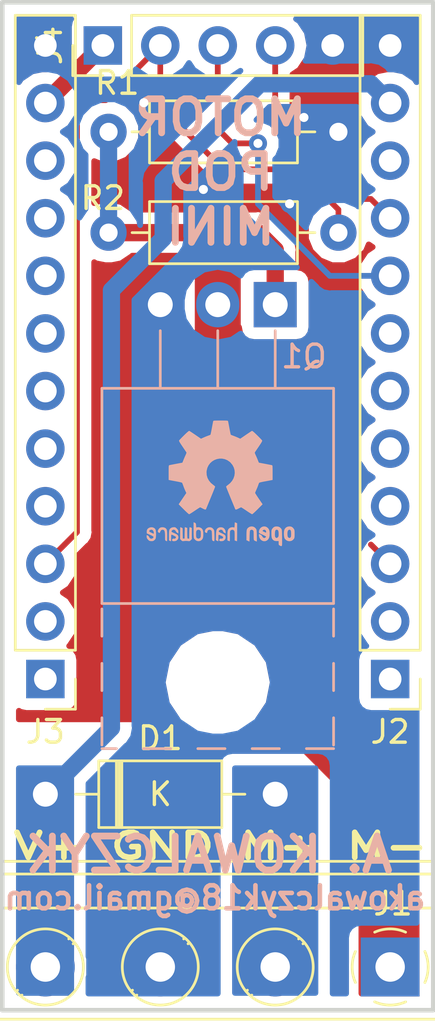
<source format=kicad_pcb>
(kicad_pcb (version 20171130) (host pcbnew "(5.0.0)")

  (general
    (thickness 1.6)
    (drawings 8)
    (tracks 40)
    (zones 0)
    (modules 9)
    (nets 27)
  )

  (page A4)
  (layers
    (0 F.Cu signal hide)
    (31 B.Cu signal)
    (32 B.Adhes user)
    (33 F.Adhes user)
    (34 B.Paste user)
    (35 F.Paste user)
    (36 B.SilkS user)
    (37 F.SilkS user)
    (38 B.Mask user)
    (39 F.Mask user)
    (40 Dwgs.User user)
    (41 Cmts.User user)
    (42 Eco1.User user)
    (43 Eco2.User user)
    (44 Edge.Cuts user)
    (45 Margin user)
    (46 B.CrtYd user)
    (47 F.CrtYd user)
    (48 B.Fab user)
    (49 F.Fab user hide)
  )

  (setup
    (last_trace_width 0.25)
    (trace_clearance 0.2)
    (zone_clearance 0.508)
    (zone_45_only no)
    (trace_min 0.2)
    (segment_width 0.2)
    (edge_width 0.15)
    (via_size 0.8)
    (via_drill 0.4)
    (via_min_size 0.4)
    (via_min_drill 0.3)
    (uvia_size 0.3)
    (uvia_drill 0.1)
    (uvias_allowed no)
    (uvia_min_size 0.2)
    (uvia_min_drill 0.1)
    (pcb_text_width 0.3)
    (pcb_text_size 1.5 1.5)
    (mod_edge_width 0.15)
    (mod_text_size 1 1)
    (mod_text_width 0.15)
    (pad_size 1.524 1.524)
    (pad_drill 0.762)
    (pad_to_mask_clearance 0.2)
    (aux_axis_origin 0 0)
    (visible_elements FFFFFF7F)
    (pcbplotparams
      (layerselection 0x010fc_ffffffff)
      (usegerberextensions true)
      (usegerberattributes false)
      (usegerberadvancedattributes false)
      (creategerberjobfile false)
      (excludeedgelayer true)
      (linewidth 0.100000)
      (plotframeref false)
      (viasonmask false)
      (mode 1)
      (useauxorigin false)
      (hpglpennumber 1)
      (hpglpenspeed 20)
      (hpglpendiameter 15.000000)
      (psnegative false)
      (psa4output false)
      (plotreference true)
      (plotvalue true)
      (plotinvisibletext false)
      (padsonsilk false)
      (subtractmaskfromsilk false)
      (outputformat 1)
      (mirror false)
      (drillshape 0)
      (scaleselection 1)
      (outputdirectory "MotorPodMini_Rev1/"))
  )

  (net 0 "")
  (net 1 +BATT)
  (net 2 /MOTOR_P)
  (net 3 "Net-(Q1-Pad1)")
  (net 4 /MOTOR_N)
  (net 5 Earth)
  (net 6 /MOTOR_PWM)
  (net 7 "Net-(J2-Pad1)")
  (net 8 "Net-(J2-Pad2)")
  (net 9 "Net-(J2-Pad3)")
  (net 10 "Net-(J2-Pad4)")
  (net 11 "Net-(J2-Pad5)")
  (net 12 "Net-(J2-Pad6)")
  (net 13 /TRIG)
  (net 14 "Net-(J2-Pad10)")
  (net 15 "Net-(J3-Pad10)")
  (net 16 "Net-(J3-Pad7)")
  (net 17 "Net-(J3-Pad6)")
  (net 18 "Net-(J3-Pad5)")
  (net 19 "Net-(J3-Pad2)")
  (net 20 "Net-(J3-Pad1)")
  (net 21 /TX)
  (net 22 /RX)
  (net 23 +3V3)
  (net 24 "Net-(J3-Pad9)")
  (net 25 "Net-(J3-Pad8)")
  (net 26 "Net-(J3-Pad4)")

  (net_class Default "This is the default net class."
    (clearance 0.2)
    (trace_width 0.25)
    (via_dia 0.8)
    (via_drill 0.4)
    (uvia_dia 0.3)
    (uvia_drill 0.1)
    (add_net +3V3)
    (add_net +BATT)
    (add_net /MOTOR_N)
    (add_net /MOTOR_P)
    (add_net /MOTOR_PWM)
    (add_net /RX)
    (add_net /TRIG)
    (add_net /TX)
    (add_net Earth)
    (add_net "Net-(J2-Pad1)")
    (add_net "Net-(J2-Pad10)")
    (add_net "Net-(J2-Pad2)")
    (add_net "Net-(J2-Pad3)")
    (add_net "Net-(J2-Pad4)")
    (add_net "Net-(J2-Pad5)")
    (add_net "Net-(J2-Pad6)")
    (add_net "Net-(J3-Pad1)")
    (add_net "Net-(J3-Pad10)")
    (add_net "Net-(J3-Pad2)")
    (add_net "Net-(J3-Pad4)")
    (add_net "Net-(J3-Pad5)")
    (add_net "Net-(J3-Pad6)")
    (add_net "Net-(J3-Pad7)")
    (add_net "Net-(J3-Pad8)")
    (add_net "Net-(J3-Pad9)")
    (add_net "Net-(Q1-Pad1)")
  )

  (module Diode_THT:D_DO-41_SOD81_P10.16mm_Horizontal (layer F.Cu) (tedit 5AE50CD5) (tstamp 5B9DB2BA)
    (at 187.96 81.28)
    (descr "Diode, DO-41_SOD81 series, Axial, Horizontal, pin pitch=10.16mm, , length*diameter=5.2*2.7mm^2, , http://www.diodes.com/_files/packages/DO-41%20(Plastic).pdf")
    (tags "Diode DO-41_SOD81 series Axial Horizontal pin pitch 10.16mm  length 5.2mm diameter 2.7mm")
    (path /5B9D743E)
    (fp_text reference D1 (at 5.08 -2.47) (layer F.SilkS)
      (effects (font (size 1 1) (thickness 0.15)))
    )
    (fp_text value 1N4007 (at 5.08 2.47) (layer F.Fab)
      (effects (font (size 1 1) (thickness 0.15)))
    )
    (fp_line (start 2.48 -1.35) (end 2.48 1.35) (layer F.Fab) (width 0.1))
    (fp_line (start 2.48 1.35) (end 7.68 1.35) (layer F.Fab) (width 0.1))
    (fp_line (start 7.68 1.35) (end 7.68 -1.35) (layer F.Fab) (width 0.1))
    (fp_line (start 7.68 -1.35) (end 2.48 -1.35) (layer F.Fab) (width 0.1))
    (fp_line (start 0 0) (end 2.48 0) (layer F.Fab) (width 0.1))
    (fp_line (start 10.16 0) (end 7.68 0) (layer F.Fab) (width 0.1))
    (fp_line (start 3.26 -1.35) (end 3.26 1.35) (layer F.Fab) (width 0.1))
    (fp_line (start 3.36 -1.35) (end 3.36 1.35) (layer F.Fab) (width 0.1))
    (fp_line (start 3.16 -1.35) (end 3.16 1.35) (layer F.Fab) (width 0.1))
    (fp_line (start 2.36 -1.47) (end 2.36 1.47) (layer F.SilkS) (width 0.12))
    (fp_line (start 2.36 1.47) (end 7.8 1.47) (layer F.SilkS) (width 0.12))
    (fp_line (start 7.8 1.47) (end 7.8 -1.47) (layer F.SilkS) (width 0.12))
    (fp_line (start 7.8 -1.47) (end 2.36 -1.47) (layer F.SilkS) (width 0.12))
    (fp_line (start 1.34 0) (end 2.36 0) (layer F.SilkS) (width 0.12))
    (fp_line (start 8.82 0) (end 7.8 0) (layer F.SilkS) (width 0.12))
    (fp_line (start 3.26 -1.47) (end 3.26 1.47) (layer F.SilkS) (width 0.12))
    (fp_line (start 3.38 -1.47) (end 3.38 1.47) (layer F.SilkS) (width 0.12))
    (fp_line (start 3.14 -1.47) (end 3.14 1.47) (layer F.SilkS) (width 0.12))
    (fp_line (start -1.35 -1.6) (end -1.35 1.6) (layer F.CrtYd) (width 0.05))
    (fp_line (start -1.35 1.6) (end 11.51 1.6) (layer F.CrtYd) (width 0.05))
    (fp_line (start 11.51 1.6) (end 11.51 -1.6) (layer F.CrtYd) (width 0.05))
    (fp_line (start 11.51 -1.6) (end -1.35 -1.6) (layer F.CrtYd) (width 0.05))
    (fp_text user %R (at 5.47 0) (layer F.Fab)
      (effects (font (size 1 1) (thickness 0.15)))
    )
    (fp_text user K (at 0 -2.1) (layer F.Fab)
      (effects (font (size 1 1) (thickness 0.15)))
    )
    (fp_text user K (at 5.08 0) (layer F.SilkS)
      (effects (font (size 1 1) (thickness 0.15)))
    )
    (pad 1 thru_hole rect (at 0 0) (size 2.2 2.2) (drill 1.1) (layers *.Cu *.Mask)
      (net 1 +BATT))
    (pad 2 thru_hole oval (at 10.16 0) (size 2.2 2.2) (drill 1.1) (layers *.Cu *.Mask)
      (net 2 /MOTOR_P))
    (model ${KISYS3DMOD}/Diode_THT.3dshapes/D_DO-41_SOD81_P10.16mm_Horizontal.wrl
      (at (xyz 0 0 0))
      (scale (xyz 1 1 1))
      (rotate (xyz 0 0 0))
    )
  )

  (module Connector_PinHeader_2.54mm:PinHeader_1x12_P2.54mm_Vertical (layer F.Cu) (tedit 59FED5CC) (tstamp 5B9EB37B)
    (at 203.2 76.2 180)
    (descr "Through hole straight pin header, 1x12, 2.54mm pitch, single row")
    (tags "Through hole pin header THT 1x12 2.54mm single row")
    (path /5B9E19DD)
    (fp_text reference J2 (at 0 -2.33 180) (layer F.SilkS)
      (effects (font (size 1 1) (thickness 0.15)))
    )
    (fp_text value Conn_01x12 (at 0 30.27 180) (layer F.Fab)
      (effects (font (size 1 1) (thickness 0.15)))
    )
    (fp_line (start -0.635 -1.27) (end 1.27 -1.27) (layer F.Fab) (width 0.1))
    (fp_line (start 1.27 -1.27) (end 1.27 29.21) (layer F.Fab) (width 0.1))
    (fp_line (start 1.27 29.21) (end -1.27 29.21) (layer F.Fab) (width 0.1))
    (fp_line (start -1.27 29.21) (end -1.27 -0.635) (layer F.Fab) (width 0.1))
    (fp_line (start -1.27 -0.635) (end -0.635 -1.27) (layer F.Fab) (width 0.1))
    (fp_line (start -1.33 29.27) (end 1.33 29.27) (layer F.SilkS) (width 0.12))
    (fp_line (start -1.33 1.27) (end -1.33 29.27) (layer F.SilkS) (width 0.12))
    (fp_line (start 1.33 1.27) (end 1.33 29.27) (layer F.SilkS) (width 0.12))
    (fp_line (start -1.33 1.27) (end 1.33 1.27) (layer F.SilkS) (width 0.12))
    (fp_line (start -1.33 0) (end -1.33 -1.33) (layer F.SilkS) (width 0.12))
    (fp_line (start -1.33 -1.33) (end 0 -1.33) (layer F.SilkS) (width 0.12))
    (fp_line (start -1.8 -1.8) (end -1.8 29.75) (layer F.CrtYd) (width 0.05))
    (fp_line (start -1.8 29.75) (end 1.8 29.75) (layer F.CrtYd) (width 0.05))
    (fp_line (start 1.8 29.75) (end 1.8 -1.8) (layer F.CrtYd) (width 0.05))
    (fp_line (start 1.8 -1.8) (end -1.8 -1.8) (layer F.CrtYd) (width 0.05))
    (fp_text user %R (at 0 13.97 270) (layer F.Fab)
      (effects (font (size 1 1) (thickness 0.15)))
    )
    (pad 1 thru_hole rect (at 0 0 180) (size 1.7 1.7) (drill 1) (layers *.Cu *.Mask)
      (net 7 "Net-(J2-Pad1)"))
    (pad 2 thru_hole oval (at 0 2.54 180) (size 1.7 1.7) (drill 1) (layers *.Cu *.Mask)
      (net 8 "Net-(J2-Pad2)"))
    (pad 3 thru_hole oval (at 0 5.08 180) (size 1.7 1.7) (drill 1) (layers *.Cu *.Mask)
      (net 9 "Net-(J2-Pad3)"))
    (pad 4 thru_hole oval (at 0 7.62 180) (size 1.7 1.7) (drill 1) (layers *.Cu *.Mask)
      (net 10 "Net-(J2-Pad4)"))
    (pad 5 thru_hole oval (at 0 10.16 180) (size 1.7 1.7) (drill 1) (layers *.Cu *.Mask)
      (net 11 "Net-(J2-Pad5)"))
    (pad 6 thru_hole oval (at 0 12.7 180) (size 1.7 1.7) (drill 1) (layers *.Cu *.Mask)
      (net 12 "Net-(J2-Pad6)"))
    (pad 7 thru_hole oval (at 0 15.24 180) (size 1.7 1.7) (drill 1) (layers *.Cu *.Mask)
      (net 13 /TRIG))
    (pad 8 thru_hole oval (at 0 17.78 180) (size 1.7 1.7) (drill 1) (layers *.Cu *.Mask)
      (net 21 /TX))
    (pad 9 thru_hole oval (at 0 20.32 180) (size 1.7 1.7) (drill 1) (layers *.Cu *.Mask)
      (net 22 /RX))
    (pad 10 thru_hole oval (at 0 22.86 180) (size 1.7 1.7) (drill 1) (layers *.Cu *.Mask)
      (net 14 "Net-(J2-Pad10)"))
    (pad 11 thru_hole oval (at 0 25.4 180) (size 1.7 1.7) (drill 1) (layers *.Cu *.Mask)
      (net 1 +BATT))
    (pad 12 thru_hole oval (at 0 27.94 180) (size 1.7 1.7) (drill 1) (layers *.Cu *.Mask)
      (net 5 Earth))
    (model ${KISYS3DMOD}/Connector_PinHeader_2.54mm.3dshapes/PinHeader_1x12_P2.54mm_Vertical.wrl
      (at (xyz 0 0 0))
      (scale (xyz 1 1 1))
      (rotate (xyz 0 0 0))
    )
  )

  (module Connector_PinHeader_2.54mm:PinHeader_1x12_P2.54mm_Vertical (layer F.Cu) (tedit 59FED5CC) (tstamp 5B9EB39B)
    (at 187.96 76.2 180)
    (descr "Through hole straight pin header, 1x12, 2.54mm pitch, single row")
    (tags "Through hole pin header THT 1x12 2.54mm single row")
    (path /5B9E1B0E)
    (fp_text reference J3 (at 0 -2.33 180) (layer F.SilkS)
      (effects (font (size 1 1) (thickness 0.15)))
    )
    (fp_text value Conn_01x12 (at 0 30.27 180) (layer F.Fab)
      (effects (font (size 1 1) (thickness 0.15)))
    )
    (fp_text user %R (at 0 13.97 270) (layer F.Fab)
      (effects (font (size 1 1) (thickness 0.15)))
    )
    (fp_line (start 1.8 -1.8) (end -1.8 -1.8) (layer F.CrtYd) (width 0.05))
    (fp_line (start 1.8 29.75) (end 1.8 -1.8) (layer F.CrtYd) (width 0.05))
    (fp_line (start -1.8 29.75) (end 1.8 29.75) (layer F.CrtYd) (width 0.05))
    (fp_line (start -1.8 -1.8) (end -1.8 29.75) (layer F.CrtYd) (width 0.05))
    (fp_line (start -1.33 -1.33) (end 0 -1.33) (layer F.SilkS) (width 0.12))
    (fp_line (start -1.33 0) (end -1.33 -1.33) (layer F.SilkS) (width 0.12))
    (fp_line (start -1.33 1.27) (end 1.33 1.27) (layer F.SilkS) (width 0.12))
    (fp_line (start 1.33 1.27) (end 1.33 29.27) (layer F.SilkS) (width 0.12))
    (fp_line (start -1.33 1.27) (end -1.33 29.27) (layer F.SilkS) (width 0.12))
    (fp_line (start -1.33 29.27) (end 1.33 29.27) (layer F.SilkS) (width 0.12))
    (fp_line (start -1.27 -0.635) (end -0.635 -1.27) (layer F.Fab) (width 0.1))
    (fp_line (start -1.27 29.21) (end -1.27 -0.635) (layer F.Fab) (width 0.1))
    (fp_line (start 1.27 29.21) (end -1.27 29.21) (layer F.Fab) (width 0.1))
    (fp_line (start 1.27 -1.27) (end 1.27 29.21) (layer F.Fab) (width 0.1))
    (fp_line (start -0.635 -1.27) (end 1.27 -1.27) (layer F.Fab) (width 0.1))
    (pad 12 thru_hole oval (at 0 27.94 180) (size 1.7 1.7) (drill 1) (layers *.Cu *.Mask)
      (net 5 Earth))
    (pad 11 thru_hole oval (at 0 25.4 180) (size 1.7 1.7) (drill 1) (layers *.Cu *.Mask)
      (net 23 +3V3))
    (pad 10 thru_hole oval (at 0 22.86 180) (size 1.7 1.7) (drill 1) (layers *.Cu *.Mask)
      (net 15 "Net-(J3-Pad10)"))
    (pad 9 thru_hole oval (at 0 20.32 180) (size 1.7 1.7) (drill 1) (layers *.Cu *.Mask)
      (net 24 "Net-(J3-Pad9)"))
    (pad 8 thru_hole oval (at 0 17.78 180) (size 1.7 1.7) (drill 1) (layers *.Cu *.Mask)
      (net 25 "Net-(J3-Pad8)"))
    (pad 7 thru_hole oval (at 0 15.24 180) (size 1.7 1.7) (drill 1) (layers *.Cu *.Mask)
      (net 16 "Net-(J3-Pad7)"))
    (pad 6 thru_hole oval (at 0 12.7 180) (size 1.7 1.7) (drill 1) (layers *.Cu *.Mask)
      (net 17 "Net-(J3-Pad6)"))
    (pad 5 thru_hole oval (at 0 10.16 180) (size 1.7 1.7) (drill 1) (layers *.Cu *.Mask)
      (net 18 "Net-(J3-Pad5)"))
    (pad 4 thru_hole oval (at 0 7.62 180) (size 1.7 1.7) (drill 1) (layers *.Cu *.Mask)
      (net 26 "Net-(J3-Pad4)"))
    (pad 3 thru_hole oval (at 0 5.08 180) (size 1.7 1.7) (drill 1) (layers *.Cu *.Mask)
      (net 6 /MOTOR_PWM))
    (pad 2 thru_hole oval (at 0 2.54 180) (size 1.7 1.7) (drill 1) (layers *.Cu *.Mask)
      (net 19 "Net-(J3-Pad2)"))
    (pad 1 thru_hole rect (at 0 0 180) (size 1.7 1.7) (drill 1) (layers *.Cu *.Mask)
      (net 20 "Net-(J3-Pad1)"))
    (model ${KISYS3DMOD}/Connector_PinHeader_2.54mm.3dshapes/PinHeader_1x12_P2.54mm_Vertical.wrl
      (at (xyz 0 0 0))
      (scale (xyz 1 1 1))
      (rotate (xyz 0 0 0))
    )
  )

  (module TerminalBlock_Phoenix:TerminalBlock_Phoenix_MKDS-1,5-4-5.08_1x04_P5.08mm_Horizontal (layer F.Cu) (tedit 5B294EBC) (tstamp 5BA40316)
    (at 203.2 88.9 180)
    (descr "Terminal Block Phoenix MKDS-1,5-4-5.08, 4 pins, pitch 5.08mm, size 20.3x9.8mm^2, drill diamater 1.3mm, pad diameter 2.6mm, see http://www.farnell.com/datasheets/100425.pdf, script-generated using https://github.com/pointhi/kicad-footprint-generator/scripts/TerminalBlock_Phoenix")
    (tags "THT Terminal Block Phoenix MKDS-1,5-4-5.08 pitch 5.08mm size 20.3x9.8mm^2 drill 1.3mm pad 2.6mm")
    (path /5B9D6FCE)
    (fp_text reference J1 (at -0.127 2.794 180) (layer F.SilkS)
      (effects (font (size 1 1) (thickness 0.15)))
    )
    (fp_text value Conn_01x04 (at 7.62 5.66 180) (layer F.Fab)
      (effects (font (size 1 1) (thickness 0.15)))
    )
    (fp_arc (start 0 0) (end 0 1.68) (angle -24) (layer F.SilkS) (width 0.12))
    (fp_arc (start 0 0) (end 1.535 0.684) (angle -48) (layer F.SilkS) (width 0.12))
    (fp_arc (start 0 0) (end 0.684 -1.535) (angle -48) (layer F.SilkS) (width 0.12))
    (fp_arc (start 0 0) (end -1.535 -0.684) (angle -48) (layer F.SilkS) (width 0.12))
    (fp_arc (start 0 0) (end -0.684 1.535) (angle -25) (layer F.SilkS) (width 0.12))
    (fp_circle (center 0 0) (end 1.5 0) (layer F.Fab) (width 0.1))
    (fp_circle (center 5.08 0) (end 6.58 0) (layer F.Fab) (width 0.1))
    (fp_circle (center 5.08 0) (end 6.76 0) (layer F.SilkS) (width 0.12))
    (fp_circle (center 10.16 0) (end 11.66 0) (layer F.Fab) (width 0.1))
    (fp_circle (center 10.16 0) (end 11.84 0) (layer F.SilkS) (width 0.12))
    (fp_circle (center 15.24 0) (end 16.74 0) (layer F.Fab) (width 0.1))
    (fp_circle (center 15.24 0) (end 16.92 0) (layer F.SilkS) (width 0.12))
    (fp_line (start -2.54 -5.2) (end 17.78 -5.2) (layer F.Fab) (width 0.1))
    (fp_line (start 17.78 -5.2) (end 17.78 4.6) (layer F.Fab) (width 0.1))
    (fp_line (start 17.78 4.6) (end -2.04 4.6) (layer F.Fab) (width 0.1))
    (fp_line (start -2.04 4.6) (end -2.54 4.1) (layer F.Fab) (width 0.1))
    (fp_line (start -2.54 4.1) (end -2.54 -5.2) (layer F.Fab) (width 0.1))
    (fp_line (start -2.54 4.1) (end 17.78 4.1) (layer F.Fab) (width 0.1))
    (fp_line (start -2.6 4.1) (end 17.84 4.1) (layer F.SilkS) (width 0.12))
    (fp_line (start -2.54 2.6) (end 17.78 2.6) (layer F.Fab) (width 0.1))
    (fp_line (start -2.6 2.6) (end 17.84 2.6) (layer F.SilkS) (width 0.12))
    (fp_line (start -2.54 -2.3) (end 17.78 -2.3) (layer F.Fab) (width 0.1))
    (fp_line (start -2.6 -2.301) (end 17.84 -2.301) (layer F.SilkS) (width 0.12))
    (fp_line (start -2.6 -5.261) (end 17.84 -5.261) (layer F.SilkS) (width 0.12))
    (fp_line (start -2.6 4.66) (end 17.84 4.66) (layer F.SilkS) (width 0.12))
    (fp_line (start -2.6 -5.261) (end -2.6 4.66) (layer F.SilkS) (width 0.12))
    (fp_line (start 17.84 -5.261) (end 17.84 4.66) (layer F.SilkS) (width 0.12))
    (fp_line (start 1.138 -0.955) (end -0.955 1.138) (layer F.Fab) (width 0.1))
    (fp_line (start 0.955 -1.138) (end -1.138 0.955) (layer F.Fab) (width 0.1))
    (fp_line (start 6.218 -0.955) (end 4.126 1.138) (layer F.Fab) (width 0.1))
    (fp_line (start 6.035 -1.138) (end 3.943 0.955) (layer F.Fab) (width 0.1))
    (fp_line (start 6.355 -1.069) (end 6.308 -1.023) (layer F.SilkS) (width 0.12))
    (fp_line (start 4.046 1.239) (end 4.011 1.274) (layer F.SilkS) (width 0.12))
    (fp_line (start 6.15 -1.275) (end 6.115 -1.239) (layer F.SilkS) (width 0.12))
    (fp_line (start 3.853 1.023) (end 3.806 1.069) (layer F.SilkS) (width 0.12))
    (fp_line (start 11.298 -0.955) (end 9.206 1.138) (layer F.Fab) (width 0.1))
    (fp_line (start 11.115 -1.138) (end 9.023 0.955) (layer F.Fab) (width 0.1))
    (fp_line (start 11.435 -1.069) (end 11.388 -1.023) (layer F.SilkS) (width 0.12))
    (fp_line (start 9.126 1.239) (end 9.091 1.274) (layer F.SilkS) (width 0.12))
    (fp_line (start 11.23 -1.275) (end 11.195 -1.239) (layer F.SilkS) (width 0.12))
    (fp_line (start 8.933 1.023) (end 8.886 1.069) (layer F.SilkS) (width 0.12))
    (fp_line (start 16.378 -0.955) (end 14.286 1.138) (layer F.Fab) (width 0.1))
    (fp_line (start 16.195 -1.138) (end 14.103 0.955) (layer F.Fab) (width 0.1))
    (fp_line (start 16.515 -1.069) (end 16.468 -1.023) (layer F.SilkS) (width 0.12))
    (fp_line (start 14.206 1.239) (end 14.171 1.274) (layer F.SilkS) (width 0.12))
    (fp_line (start 16.31 -1.275) (end 16.275 -1.239) (layer F.SilkS) (width 0.12))
    (fp_line (start 14.013 1.023) (end 13.966 1.069) (layer F.SilkS) (width 0.12))
    (fp_line (start -2.84 4.16) (end -2.84 4.9) (layer F.SilkS) (width 0.12))
    (fp_line (start -2.84 4.9) (end -2.34 4.9) (layer F.SilkS) (width 0.12))
    (fp_line (start -3.04 -5.71) (end -3.04 5.1) (layer F.CrtYd) (width 0.05))
    (fp_line (start -3.04 5.1) (end 18.28 5.1) (layer F.CrtYd) (width 0.05))
    (fp_line (start 18.28 5.1) (end 18.28 -5.71) (layer F.CrtYd) (width 0.05))
    (fp_line (start 18.28 -5.71) (end -3.04 -5.71) (layer F.CrtYd) (width 0.05))
    (fp_text user %R (at 7.62 3.2 180) (layer F.Fab)
      (effects (font (size 1 1) (thickness 0.15)))
    )
    (pad 1 thru_hole rect (at 0 0 180) (size 2.6 2.6) (drill 1.3) (layers *.Cu *.Mask)
      (net 4 /MOTOR_N))
    (pad 2 thru_hole circle (at 5.08 0 180) (size 2.6 2.6) (drill 1.3) (layers *.Cu *.Mask)
      (net 2 /MOTOR_P))
    (pad 3 thru_hole circle (at 10.16 0 180) (size 2.6 2.6) (drill 1.3) (layers *.Cu *.Mask)
      (net 5 Earth))
    (pad 4 thru_hole circle (at 15.24 0 180) (size 2.6 2.6) (drill 1.3) (layers *.Cu *.Mask)
      (net 1 +BATT))
    (model ${KISYS3DMOD}/TerminalBlock_Phoenix.3dshapes/TerminalBlock_Phoenix_MKDS-1,5-4-5.08_1x04_P5.08mm_Horizontal.wrl
      (at (xyz 0 0 0))
      (scale (xyz 1 1 1))
      (rotate (xyz 0 0 0))
    )
  )

  (module Package_TO_SOT_THT:TO-220-3_Horizontal_TabUp (layer B.Cu) (tedit 5B9D9A47) (tstamp 5BA41418)
    (at 198.12 59.69 180)
    (descr "TO-220-3, Horizontal, RM 2.54mm, see https://www.vishay.com/docs/66542/to-220-1.pdf")
    (tags "TO-220-3 Horizontal RM 2.54mm")
    (path /5B9D80A3)
    (fp_text reference Q1 (at -1.27 -2.286 180) (layer B.SilkS)
      (effects (font (size 1 1) (thickness 0.15)) (justify mirror))
    )
    (fp_text value TIP120 (at 2.667 -2.286 180) (layer B.Fab)
      (effects (font (size 1 1) (thickness 0.15)) (justify mirror))
    )
    (fp_circle (center 2.54 -16.66) (end 4.39 -16.66) (layer B.Fab) (width 0.1))
    (fp_line (start -2.46 -13.06) (end -2.46 -19.46) (layer B.Fab) (width 0.1))
    (fp_line (start -2.46 -19.46) (end 7.54 -19.46) (layer B.Fab) (width 0.1))
    (fp_line (start 7.54 -19.46) (end 7.54 -13.06) (layer B.Fab) (width 0.1))
    (fp_line (start 7.54 -13.06) (end -2.46 -13.06) (layer B.Fab) (width 0.1))
    (fp_line (start -2.46 -3.81) (end -2.46 -13.06) (layer B.Fab) (width 0.1))
    (fp_line (start -2.46 -13.06) (end 7.54 -13.06) (layer B.Fab) (width 0.1))
    (fp_line (start 7.54 -13.06) (end 7.54 -3.81) (layer B.Fab) (width 0.1))
    (fp_line (start 7.54 -3.81) (end -2.46 -3.81) (layer B.Fab) (width 0.1))
    (fp_line (start 0 -3.81) (end 0 0) (layer B.Fab) (width 0.1))
    (fp_line (start 2.54 -3.81) (end 2.54 0) (layer B.Fab) (width 0.1))
    (fp_line (start 5.08 -3.81) (end 5.08 0) (layer B.Fab) (width 0.1))
    (fp_line (start -2.58 -3.69) (end 7.66 -3.69) (layer B.SilkS) (width 0.12))
    (fp_line (start -2.58 -13.18) (end 7.66 -13.18) (layer B.SilkS) (width 0.12))
    (fp_line (start -2.58 -3.69) (end -2.58 -13.18) (layer B.SilkS) (width 0.12))
    (fp_line (start 7.66 -3.69) (end 7.66 -13.18) (layer B.SilkS) (width 0.12))
    (fp_line (start -2.58 -19.58) (end -1.38 -19.58) (layer B.SilkS) (width 0.12))
    (fp_line (start -0.181 -19.58) (end 1.02 -19.58) (layer B.SilkS) (width 0.12))
    (fp_line (start 2.22 -19.58) (end 3.42 -19.58) (layer B.SilkS) (width 0.12))
    (fp_line (start 4.62 -19.58) (end 5.82 -19.58) (layer B.SilkS) (width 0.12))
    (fp_line (start 7.02 -19.58) (end 7.66 -19.58) (layer B.SilkS) (width 0.12))
    (fp_line (start -2.58 -13.42) (end -2.58 -14.62) (layer B.SilkS) (width 0.12))
    (fp_line (start -2.58 -15.82) (end -2.58 -17.02) (layer B.SilkS) (width 0.12))
    (fp_line (start -2.58 -18.22) (end -2.58 -19.42) (layer B.SilkS) (width 0.12))
    (fp_line (start 7.66 -13.42) (end 7.66 -14.62) (layer B.SilkS) (width 0.12))
    (fp_line (start 7.66 -15.82) (end 7.66 -17.02) (layer B.SilkS) (width 0.12))
    (fp_line (start 7.66 -18.22) (end 7.66 -19.42) (layer B.SilkS) (width 0.12))
    (fp_line (start 0 -1.15) (end 0 -3.69) (layer B.SilkS) (width 0.12))
    (fp_line (start 2.54 -1.15) (end 2.54 -3.69) (layer B.SilkS) (width 0.12))
    (fp_line (start 5.08 -1.15) (end 5.08 -3.69) (layer B.SilkS) (width 0.12))
    (fp_line (start -2.71 1.25) (end -2.71 -19.71) (layer B.CrtYd) (width 0.05))
    (fp_line (start -2.71 -19.71) (end 7.79 -19.71) (layer B.CrtYd) (width 0.05))
    (fp_line (start 7.79 -19.71) (end 7.79 1.25) (layer B.CrtYd) (width 0.05))
    (fp_line (start 7.79 1.25) (end -2.71 1.25) (layer B.CrtYd) (width 0.05))
    (fp_text user %R (at 2.54 -20.58 180) (layer B.Fab)
      (effects (font (size 1 1) (thickness 0.15)) (justify mirror))
    )
    (pad "" np_thru_hole oval (at 2.54 -16.66 180) (size 3.5 3.5) (drill 3.5) (layers *.Cu *.Mask))
    (pad 1 thru_hole rect (at 0 0 180) (size 1.905 2) (drill 1.1) (layers *.Cu *.Mask)
      (net 3 "Net-(Q1-Pad1)"))
    (pad 2 thru_hole oval (at 2.54 0 180) (size 1.905 2) (drill 1.1) (layers *.Cu *.Mask)
      (net 4 /MOTOR_N))
    (pad 3 thru_hole oval (at 5.08 0 180) (size 1.905 2) (drill 1.1) (layers *.Cu *.Mask)
      (net 5 Earth))
    (model ${KISYS3DMOD}/Package_TO_SOT_THT.3dshapes/TO-220-3_Horizontal_TabDown.step
      (offset (xyz 0 0 -1.904999971389771))
      (scale (xyz 1 1 1))
      (rotate (xyz 180 0 0))
    )
  )

  (module Resistor_THT:R_Axial_DIN0207_L6.3mm_D2.5mm_P10.16mm_Horizontal (layer F.Cu) (tedit 5AE5139B) (tstamp 5BA4142F)
    (at 190.754 52.07)
    (descr "Resistor, Axial_DIN0207 series, Axial, Horizontal, pin pitch=10.16mm, 0.25W = 1/4W, length*diameter=6.3*2.5mm^2, http://cdn-reichelt.de/documents/datenblatt/B400/1_4W%23YAG.pdf")
    (tags "Resistor Axial_DIN0207 series Axial Horizontal pin pitch 10.16mm 0.25W = 1/4W length 6.3mm diameter 2.5mm")
    (path /5B9D84B4)
    (fp_text reference R1 (at 0.381 -2.159) (layer F.SilkS)
      (effects (font (size 1 1) (thickness 0.15)))
    )
    (fp_text value 10k (at 17.526 -2.794) (layer F.Fab)
      (effects (font (size 1 1) (thickness 0.15)))
    )
    (fp_text user %R (at 5.08 0) (layer F.Fab)
      (effects (font (size 1 1) (thickness 0.15)))
    )
    (fp_line (start 11.21 -1.5) (end -1.05 -1.5) (layer F.CrtYd) (width 0.05))
    (fp_line (start 11.21 1.5) (end 11.21 -1.5) (layer F.CrtYd) (width 0.05))
    (fp_line (start -1.05 1.5) (end 11.21 1.5) (layer F.CrtYd) (width 0.05))
    (fp_line (start -1.05 -1.5) (end -1.05 1.5) (layer F.CrtYd) (width 0.05))
    (fp_line (start 9.12 0) (end 8.35 0) (layer F.SilkS) (width 0.12))
    (fp_line (start 1.04 0) (end 1.81 0) (layer F.SilkS) (width 0.12))
    (fp_line (start 8.35 -1.37) (end 1.81 -1.37) (layer F.SilkS) (width 0.12))
    (fp_line (start 8.35 1.37) (end 8.35 -1.37) (layer F.SilkS) (width 0.12))
    (fp_line (start 1.81 1.37) (end 8.35 1.37) (layer F.SilkS) (width 0.12))
    (fp_line (start 1.81 -1.37) (end 1.81 1.37) (layer F.SilkS) (width 0.12))
    (fp_line (start 10.16 0) (end 8.23 0) (layer F.Fab) (width 0.1))
    (fp_line (start 0 0) (end 1.93 0) (layer F.Fab) (width 0.1))
    (fp_line (start 8.23 -1.25) (end 1.93 -1.25) (layer F.Fab) (width 0.1))
    (fp_line (start 8.23 1.25) (end 8.23 -1.25) (layer F.Fab) (width 0.1))
    (fp_line (start 1.93 1.25) (end 8.23 1.25) (layer F.Fab) (width 0.1))
    (fp_line (start 1.93 -1.25) (end 1.93 1.25) (layer F.Fab) (width 0.1))
    (pad 2 thru_hole oval (at 10.16 0) (size 1.6 1.6) (drill 0.8) (layers *.Cu *.Mask)
      (net 5 Earth))
    (pad 1 thru_hole circle (at 0 0) (size 1.6 1.6) (drill 0.8) (layers *.Cu *.Mask)
      (net 3 "Net-(Q1-Pad1)"))
    (model ${KISYS3DMOD}/Resistor_THT.3dshapes/R_Axial_DIN0207_L6.3mm_D2.5mm_P10.16mm_Horizontal.wrl
      (at (xyz 0 0 0))
      (scale (xyz 1 1 1))
      (rotate (xyz 0 0 0))
    )
  )

  (module Resistor_THT:R_Axial_DIN0207_L6.3mm_D2.5mm_P10.16mm_Horizontal (layer F.Cu) (tedit 5AE5139B) (tstamp 5BA41446)
    (at 200.914 56.515 180)
    (descr "Resistor, Axial_DIN0207 series, Axial, Horizontal, pin pitch=10.16mm, 0.25W = 1/4W, length*diameter=6.3*2.5mm^2, http://cdn-reichelt.de/documents/datenblatt/B400/1_4W%23YAG.pdf")
    (tags "Resistor Axial_DIN0207 series Axial Horizontal pin pitch 10.16mm 0.25W = 1/4W length 6.3mm diameter 2.5mm")
    (path /5B9D8420)
    (fp_text reference R2 (at 10.414 1.524 180) (layer F.SilkS)
      (effects (font (size 1 1) (thickness 0.15)))
    )
    (fp_text value 150 (at 5.08 2.37 180) (layer F.Fab)
      (effects (font (size 1 1) (thickness 0.15)))
    )
    (fp_line (start 1.93 -1.25) (end 1.93 1.25) (layer F.Fab) (width 0.1))
    (fp_line (start 1.93 1.25) (end 8.23 1.25) (layer F.Fab) (width 0.1))
    (fp_line (start 8.23 1.25) (end 8.23 -1.25) (layer F.Fab) (width 0.1))
    (fp_line (start 8.23 -1.25) (end 1.93 -1.25) (layer F.Fab) (width 0.1))
    (fp_line (start 0 0) (end 1.93 0) (layer F.Fab) (width 0.1))
    (fp_line (start 10.16 0) (end 8.23 0) (layer F.Fab) (width 0.1))
    (fp_line (start 1.81 -1.37) (end 1.81 1.37) (layer F.SilkS) (width 0.12))
    (fp_line (start 1.81 1.37) (end 8.35 1.37) (layer F.SilkS) (width 0.12))
    (fp_line (start 8.35 1.37) (end 8.35 -1.37) (layer F.SilkS) (width 0.12))
    (fp_line (start 8.35 -1.37) (end 1.81 -1.37) (layer F.SilkS) (width 0.12))
    (fp_line (start 1.04 0) (end 1.81 0) (layer F.SilkS) (width 0.12))
    (fp_line (start 9.12 0) (end 8.35 0) (layer F.SilkS) (width 0.12))
    (fp_line (start -1.05 -1.5) (end -1.05 1.5) (layer F.CrtYd) (width 0.05))
    (fp_line (start -1.05 1.5) (end 11.21 1.5) (layer F.CrtYd) (width 0.05))
    (fp_line (start 11.21 1.5) (end 11.21 -1.5) (layer F.CrtYd) (width 0.05))
    (fp_line (start 11.21 -1.5) (end -1.05 -1.5) (layer F.CrtYd) (width 0.05))
    (fp_text user %R (at -7.366 2.159 180) (layer F.Fab)
      (effects (font (size 1 1) (thickness 0.15)))
    )
    (pad 1 thru_hole circle (at 0 0 180) (size 1.6 1.6) (drill 0.8) (layers *.Cu *.Mask)
      (net 6 /MOTOR_PWM))
    (pad 2 thru_hole oval (at 10.16 0 180) (size 1.6 1.6) (drill 0.8) (layers *.Cu *.Mask)
      (net 3 "Net-(Q1-Pad1)"))
    (model ${KISYS3DMOD}/Resistor_THT.3dshapes/R_Axial_DIN0207_L6.3mm_D2.5mm_P10.16mm_Horizontal.wrl
      (at (xyz 0 0 0))
      (scale (xyz 1 1 1))
      (rotate (xyz 0 0 0))
    )
  )

  (module Connector_PinHeader_2.54mm:PinHeader_1x05_P2.54mm_Vertical (layer F.Cu) (tedit 59FED5CC) (tstamp 5BA54C25)
    (at 190.5 48.26 90)
    (descr "Through hole straight pin header, 1x05, 2.54mm pitch, single row")
    (tags "Through hole pin header THT 1x05 2.54mm single row")
    (path /5B9F16E5)
    (fp_text reference J4 (at 0 -2.33 90) (layer F.SilkS)
      (effects (font (size 1 1) (thickness 0.15)))
    )
    (fp_text value Conn_01x05 (at 0 12.49 90) (layer F.Fab)
      (effects (font (size 1 1) (thickness 0.15)))
    )
    (fp_line (start -0.635 -1.27) (end 1.27 -1.27) (layer F.Fab) (width 0.1))
    (fp_line (start 1.27 -1.27) (end 1.27 11.43) (layer F.Fab) (width 0.1))
    (fp_line (start 1.27 11.43) (end -1.27 11.43) (layer F.Fab) (width 0.1))
    (fp_line (start -1.27 11.43) (end -1.27 -0.635) (layer F.Fab) (width 0.1))
    (fp_line (start -1.27 -0.635) (end -0.635 -1.27) (layer F.Fab) (width 0.1))
    (fp_line (start -1.33 11.49) (end 1.33 11.49) (layer F.SilkS) (width 0.12))
    (fp_line (start -1.33 1.27) (end -1.33 11.49) (layer F.SilkS) (width 0.12))
    (fp_line (start 1.33 1.27) (end 1.33 11.49) (layer F.SilkS) (width 0.12))
    (fp_line (start -1.33 1.27) (end 1.33 1.27) (layer F.SilkS) (width 0.12))
    (fp_line (start -1.33 0) (end -1.33 -1.33) (layer F.SilkS) (width 0.12))
    (fp_line (start -1.33 -1.33) (end 0 -1.33) (layer F.SilkS) (width 0.12))
    (fp_line (start -1.8 -1.8) (end -1.8 11.95) (layer F.CrtYd) (width 0.05))
    (fp_line (start -1.8 11.95) (end 1.8 11.95) (layer F.CrtYd) (width 0.05))
    (fp_line (start 1.8 11.95) (end 1.8 -1.8) (layer F.CrtYd) (width 0.05))
    (fp_line (start 1.8 -1.8) (end -1.8 -1.8) (layer F.CrtYd) (width 0.05))
    (fp_text user %R (at 0 5.08 180) (layer F.Fab)
      (effects (font (size 1 1) (thickness 0.15)))
    )
    (pad 1 thru_hole rect (at 0 0 90) (size 1.7 1.7) (drill 1) (layers *.Cu *.Mask)
      (net 23 +3V3))
    (pad 2 thru_hole oval (at 0 2.54 90) (size 1.7 1.7) (drill 1) (layers *.Cu *.Mask)
      (net 6 /MOTOR_PWM))
    (pad 3 thru_hole oval (at 0 5.08 90) (size 1.7 1.7) (drill 1) (layers *.Cu *.Mask)
      (net 21 /TX))
    (pad 4 thru_hole oval (at 0 7.62 90) (size 1.7 1.7) (drill 1) (layers *.Cu *.Mask)
      (net 22 /RX))
    (pad 5 thru_hole oval (at 0 10.16 90) (size 1.7 1.7) (drill 1) (layers *.Cu *.Mask)
      (net 5 Earth))
    (model ${KISYS3DMOD}/Connector_PinHeader_2.54mm.3dshapes/PinHeader_1x05_P2.54mm_Vertical.wrl
      (at (xyz 0 0 0))
      (scale (xyz 1 1 1))
      (rotate (xyz 0 0 0))
    )
  )

  (module Symbol:OSHW-Logo2_7.3x6mm_SilkScreen (layer B.Cu) (tedit 0) (tstamp 5BA56B57)
    (at 195.707 67.564 180)
    (descr "Open Source Hardware Symbol")
    (tags "Logo Symbol OSHW")
    (attr virtual)
    (fp_text reference REF** (at 0 0 180) (layer B.SilkS) hide
      (effects (font (size 1 1) (thickness 0.15)) (justify mirror))
    )
    (fp_text value OSHW-Logo2_7.3x6mm_SilkScreen (at 0.75 0 180) (layer B.Fab) hide
      (effects (font (size 1 1) (thickness 0.15)) (justify mirror))
    )
    (fp_poly (pts (xy 0.10391 2.757652) (xy 0.182454 2.757222) (xy 0.239298 2.756058) (xy 0.278105 2.753793)
      (xy 0.302538 2.75006) (xy 0.316262 2.744494) (xy 0.32294 2.736727) (xy 0.326236 2.726395)
      (xy 0.326556 2.725057) (xy 0.331562 2.700921) (xy 0.340829 2.653299) (xy 0.353392 2.587259)
      (xy 0.368287 2.507872) (xy 0.384551 2.420204) (xy 0.385119 2.417125) (xy 0.40141 2.331211)
      (xy 0.416652 2.255304) (xy 0.429861 2.193955) (xy 0.440054 2.151718) (xy 0.446248 2.133145)
      (xy 0.446543 2.132816) (xy 0.464788 2.123747) (xy 0.502405 2.108633) (xy 0.551271 2.090738)
      (xy 0.551543 2.090642) (xy 0.613093 2.067507) (xy 0.685657 2.038035) (xy 0.754057 2.008403)
      (xy 0.757294 2.006938) (xy 0.868702 1.956374) (xy 1.115399 2.12484) (xy 1.191077 2.176197)
      (xy 1.259631 2.222111) (xy 1.317088 2.25997) (xy 1.359476 2.287163) (xy 1.382825 2.301079)
      (xy 1.385042 2.302111) (xy 1.40201 2.297516) (xy 1.433701 2.275345) (xy 1.481352 2.234553)
      (xy 1.546198 2.174095) (xy 1.612397 2.109773) (xy 1.676214 2.046388) (xy 1.733329 1.988549)
      (xy 1.780305 1.939825) (xy 1.813703 1.90379) (xy 1.830085 1.884016) (xy 1.830694 1.882998)
      (xy 1.832505 1.869428) (xy 1.825683 1.847267) (xy 1.80854 1.813522) (xy 1.779393 1.7652)
      (xy 1.736555 1.699308) (xy 1.679448 1.614483) (xy 1.628766 1.539823) (xy 1.583461 1.47286)
      (xy 1.54615 1.417484) (xy 1.519452 1.37758) (xy 1.505985 1.357038) (xy 1.505137 1.355644)
      (xy 1.506781 1.335962) (xy 1.519245 1.297707) (xy 1.540048 1.248111) (xy 1.547462 1.232272)
      (xy 1.579814 1.16171) (xy 1.614328 1.081647) (xy 1.642365 1.012371) (xy 1.662568 0.960955)
      (xy 1.678615 0.921881) (xy 1.687888 0.901459) (xy 1.689041 0.899886) (xy 1.706096 0.897279)
      (xy 1.746298 0.890137) (xy 1.804302 0.879477) (xy 1.874763 0.866315) (xy 1.952335 0.851667)
      (xy 2.031672 0.836551) (xy 2.107431 0.821982) (xy 2.174264 0.808978) (xy 2.226828 0.798555)
      (xy 2.259776 0.79173) (xy 2.267857 0.789801) (xy 2.276205 0.785038) (xy 2.282506 0.774282)
      (xy 2.287045 0.753902) (xy 2.290104 0.720266) (xy 2.291967 0.669745) (xy 2.292918 0.598708)
      (xy 2.29324 0.503524) (xy 2.293257 0.464508) (xy 2.293257 0.147201) (xy 2.217057 0.132161)
      (xy 2.174663 0.124005) (xy 2.1114 0.112101) (xy 2.034962 0.097884) (xy 1.953043 0.08279)
      (xy 1.9304 0.078645) (xy 1.854806 0.063947) (xy 1.788953 0.049495) (xy 1.738366 0.036625)
      (xy 1.708574 0.026678) (xy 1.703612 0.023713) (xy 1.691426 0.002717) (xy 1.673953 -0.037967)
      (xy 1.654577 -0.090322) (xy 1.650734 -0.1016) (xy 1.625339 -0.171523) (xy 1.593817 -0.250418)
      (xy 1.562969 -0.321266) (xy 1.562817 -0.321595) (xy 1.511447 -0.432733) (xy 1.680399 -0.681253)
      (xy 1.849352 -0.929772) (xy 1.632429 -1.147058) (xy 1.566819 -1.211726) (xy 1.506979 -1.268733)
      (xy 1.456267 -1.315033) (xy 1.418046 -1.347584) (xy 1.395675 -1.363343) (xy 1.392466 -1.364343)
      (xy 1.373626 -1.356469) (xy 1.33518 -1.334578) (xy 1.28133 -1.301267) (xy 1.216276 -1.259131)
      (xy 1.14594 -1.211943) (xy 1.074555 -1.16381) (xy 1.010908 -1.121928) (xy 0.959041 -1.088871)
      (xy 0.922995 -1.067218) (xy 0.906867 -1.059543) (xy 0.887189 -1.066037) (xy 0.849875 -1.08315)
      (xy 0.802621 -1.107326) (xy 0.797612 -1.110013) (xy 0.733977 -1.141927) (xy 0.690341 -1.157579)
      (xy 0.663202 -1.157745) (xy 0.649057 -1.143204) (xy 0.648975 -1.143) (xy 0.641905 -1.125779)
      (xy 0.625042 -1.084899) (xy 0.599695 -1.023525) (xy 0.567171 -0.944819) (xy 0.528778 -0.851947)
      (xy 0.485822 -0.748072) (xy 0.444222 -0.647502) (xy 0.398504 -0.536516) (xy 0.356526 -0.433703)
      (xy 0.319548 -0.342215) (xy 0.288827 -0.265201) (xy 0.265622 -0.205815) (xy 0.25119 -0.167209)
      (xy 0.246743 -0.1528) (xy 0.257896 -0.136272) (xy 0.287069 -0.10993) (xy 0.325971 -0.080887)
      (xy 0.436757 0.010961) (xy 0.523351 0.116241) (xy 0.584716 0.232734) (xy 0.619815 0.358224)
      (xy 0.627608 0.490493) (xy 0.621943 0.551543) (xy 0.591078 0.678205) (xy 0.53792 0.790059)
      (xy 0.465767 0.885999) (xy 0.377917 0.964924) (xy 0.277665 1.02573) (xy 0.16831 1.067313)
      (xy 0.053147 1.088572) (xy -0.064525 1.088401) (xy -0.18141 1.065699) (xy -0.294211 1.019362)
      (xy -0.399631 0.948287) (xy -0.443632 0.908089) (xy -0.528021 0.804871) (xy -0.586778 0.692075)
      (xy -0.620296 0.57299) (xy -0.628965 0.450905) (xy -0.613177 0.329107) (xy -0.573322 0.210884)
      (xy -0.509793 0.099525) (xy -0.422979 -0.001684) (xy -0.325971 -0.080887) (xy -0.285563 -0.111162)
      (xy -0.257018 -0.137219) (xy -0.246743 -0.152825) (xy -0.252123 -0.169843) (xy -0.267425 -0.2105)
      (xy -0.291388 -0.271642) (xy -0.322756 -0.350119) (xy -0.360268 -0.44278) (xy -0.402667 -0.546472)
      (xy -0.444337 -0.647526) (xy -0.49031 -0.758607) (xy -0.532893 -0.861541) (xy -0.570779 -0.953165)
      (xy -0.60266 -1.030316) (xy -0.627229 -1.089831) (xy -0.64318 -1.128544) (xy -0.64909 -1.143)
      (xy -0.663052 -1.157685) (xy -0.69006 -1.157642) (xy -0.733587 -1.142099) (xy -0.79711 -1.110284)
      (xy -0.797612 -1.110013) (xy -0.84544 -1.085323) (xy -0.884103 -1.067338) (xy -0.905905 -1.059614)
      (xy -0.906867 -1.059543) (xy -0.923279 -1.067378) (xy -0.959513 -1.089165) (xy -1.011526 -1.122328)
      (xy -1.075275 -1.164291) (xy -1.14594 -1.211943) (xy -1.217884 -1.260191) (xy -1.282726 -1.302151)
      (xy -1.336265 -1.335227) (xy -1.374303 -1.356821) (xy -1.392467 -1.364343) (xy -1.409192 -1.354457)
      (xy -1.44282 -1.326826) (xy -1.48999 -1.284495) (xy -1.547342 -1.230505) (xy -1.611516 -1.167899)
      (xy -1.632503 -1.146983) (xy -1.849501 -0.929623) (xy -1.684332 -0.68722) (xy -1.634136 -0.612781)
      (xy -1.590081 -0.545972) (xy -1.554638 -0.490665) (xy -1.530281 -0.450729) (xy -1.519478 -0.430036)
      (xy -1.519162 -0.428563) (xy -1.524857 -0.409058) (xy -1.540174 -0.369822) (xy -1.562463 -0.31743)
      (xy -1.578107 -0.282355) (xy -1.607359 -0.215201) (xy -1.634906 -0.147358) (xy -1.656263 -0.090034)
      (xy -1.662065 -0.072572) (xy -1.678548 -0.025938) (xy -1.69466 0.010095) (xy -1.70351 0.023713)
      (xy -1.72304 0.032048) (xy -1.765666 0.043863) (xy -1.825855 0.057819) (xy -1.898078 0.072578)
      (xy -1.9304 0.078645) (xy -2.012478 0.093727) (xy -2.091205 0.108331) (xy -2.158891 0.12102)
      (xy -2.20784 0.130358) (xy -2.217057 0.132161) (xy -2.293257 0.147201) (xy -2.293257 0.464508)
      (xy -2.293086 0.568846) (xy -2.292384 0.647787) (xy -2.290866 0.704962) (xy -2.288251 0.744001)
      (xy -2.284254 0.768535) (xy -2.278591 0.782195) (xy -2.27098 0.788611) (xy -2.267857 0.789801)
      (xy -2.249022 0.79402) (xy -2.207412 0.802438) (xy -2.14837 0.814039) (xy -2.077243 0.827805)
      (xy -1.999375 0.84272) (xy -1.920113 0.857768) (xy -1.844802 0.871931) (xy -1.778787 0.884194)
      (xy -1.727413 0.893539) (xy -1.696025 0.89895) (xy -1.689041 0.899886) (xy -1.682715 0.912404)
      (xy -1.66871 0.945754) (xy -1.649645 0.993623) (xy -1.642366 1.012371) (xy -1.613004 1.084805)
      (xy -1.578429 1.16483) (xy -1.547463 1.232272) (xy -1.524677 1.283841) (xy -1.509518 1.326215)
      (xy -1.504458 1.352166) (xy -1.505264 1.355644) (xy -1.515959 1.372064) (xy -1.54038 1.408583)
      (xy -1.575905 1.461313) (xy -1.619913 1.526365) (xy -1.669783 1.599849) (xy -1.679644 1.614355)
      (xy -1.737508 1.700296) (xy -1.780044 1.765739) (xy -1.808946 1.813696) (xy -1.82591 1.84718)
      (xy -1.832633 1.869205) (xy -1.83081 1.882783) (xy -1.830764 1.882869) (xy -1.816414 1.900703)
      (xy -1.784677 1.935183) (xy -1.73899 1.982732) (xy -1.682796 2.039778) (xy -1.619532 2.102745)
      (xy -1.612398 2.109773) (xy -1.53267 2.18698) (xy -1.471143 2.24367) (xy -1.426579 2.28089)
      (xy -1.397743 2.299685) (xy -1.385042 2.302111) (xy -1.366506 2.291529) (xy -1.328039 2.267084)
      (xy -1.273614 2.231388) (xy -1.207202 2.187053) (xy -1.132775 2.136689) (xy -1.115399 2.12484)
      (xy -0.868703 1.956374) (xy -0.757294 2.006938) (xy -0.689543 2.036405) (xy -0.616817 2.066041)
      (xy -0.554297 2.08967) (xy -0.551543 2.090642) (xy -0.50264 2.108543) (xy -0.464943 2.12368)
      (xy -0.446575 2.13279) (xy -0.446544 2.132816) (xy -0.440715 2.149283) (xy -0.430808 2.189781)
      (xy -0.417805 2.249758) (xy -0.402691 2.32466) (xy -0.386448 2.409936) (xy -0.385119 2.417125)
      (xy -0.368825 2.504986) (xy -0.353867 2.58474) (xy -0.341209 2.651319) (xy -0.331814 2.699653)
      (xy -0.326646 2.724675) (xy -0.326556 2.725057) (xy -0.323411 2.735701) (xy -0.317296 2.743738)
      (xy -0.304547 2.749533) (xy -0.2815 2.753453) (xy -0.244491 2.755865) (xy -0.189856 2.757135)
      (xy -0.113933 2.757629) (xy -0.013056 2.757714) (xy 0 2.757714) (xy 0.10391 2.757652)) (layer B.SilkS) (width 0.01))
    (fp_poly (pts (xy 3.153595 -1.966966) (xy 3.211021 -2.004497) (xy 3.238719 -2.038096) (xy 3.260662 -2.099064)
      (xy 3.262405 -2.147308) (xy 3.258457 -2.211816) (xy 3.109686 -2.276934) (xy 3.037349 -2.310202)
      (xy 2.990084 -2.336964) (xy 2.965507 -2.360144) (xy 2.961237 -2.382667) (xy 2.974889 -2.407455)
      (xy 2.989943 -2.423886) (xy 3.033746 -2.450235) (xy 3.081389 -2.452081) (xy 3.125145 -2.431546)
      (xy 3.157289 -2.390752) (xy 3.163038 -2.376347) (xy 3.190576 -2.331356) (xy 3.222258 -2.312182)
      (xy 3.265714 -2.295779) (xy 3.265714 -2.357966) (xy 3.261872 -2.400283) (xy 3.246823 -2.435969)
      (xy 3.21528 -2.476943) (xy 3.210592 -2.482267) (xy 3.175506 -2.51872) (xy 3.145347 -2.538283)
      (xy 3.107615 -2.547283) (xy 3.076335 -2.55023) (xy 3.020385 -2.550965) (xy 2.980555 -2.54166)
      (xy 2.955708 -2.527846) (xy 2.916656 -2.497467) (xy 2.889625 -2.464613) (xy 2.872517 -2.423294)
      (xy 2.863238 -2.367521) (xy 2.859693 -2.291305) (xy 2.85941 -2.252622) (xy 2.860372 -2.206247)
      (xy 2.948007 -2.206247) (xy 2.949023 -2.231126) (xy 2.951556 -2.2352) (xy 2.968274 -2.229665)
      (xy 3.004249 -2.215017) (xy 3.052331 -2.19419) (xy 3.062386 -2.189714) (xy 3.123152 -2.158814)
      (xy 3.156632 -2.131657) (xy 3.16399 -2.10622) (xy 3.146391 -2.080481) (xy 3.131856 -2.069109)
      (xy 3.07941 -2.046364) (xy 3.030322 -2.050122) (xy 2.989227 -2.077884) (xy 2.960758 -2.127152)
      (xy 2.951631 -2.166257) (xy 2.948007 -2.206247) (xy 2.860372 -2.206247) (xy 2.861285 -2.162249)
      (xy 2.868196 -2.095384) (xy 2.881884 -2.046695) (xy 2.904096 -2.010849) (xy 2.936574 -1.982513)
      (xy 2.950733 -1.973355) (xy 3.015053 -1.949507) (xy 3.085473 -1.948006) (xy 3.153595 -1.966966)) (layer B.SilkS) (width 0.01))
    (fp_poly (pts (xy 2.6526 -1.958752) (xy 2.669948 -1.966334) (xy 2.711356 -1.999128) (xy 2.746765 -2.046547)
      (xy 2.768664 -2.097151) (xy 2.772229 -2.122098) (xy 2.760279 -2.156927) (xy 2.734067 -2.175357)
      (xy 2.705964 -2.186516) (xy 2.693095 -2.188572) (xy 2.686829 -2.173649) (xy 2.674456 -2.141175)
      (xy 2.669028 -2.126502) (xy 2.63859 -2.075744) (xy 2.59452 -2.050427) (xy 2.53801 -2.051206)
      (xy 2.533825 -2.052203) (xy 2.503655 -2.066507) (xy 2.481476 -2.094393) (xy 2.466327 -2.139287)
      (xy 2.45725 -2.204615) (xy 2.453286 -2.293804) (xy 2.452914 -2.341261) (xy 2.45273 -2.416071)
      (xy 2.451522 -2.467069) (xy 2.448309 -2.499471) (xy 2.442109 -2.518495) (xy 2.43194 -2.529356)
      (xy 2.416819 -2.537272) (xy 2.415946 -2.53767) (xy 2.386828 -2.549981) (xy 2.372403 -2.554514)
      (xy 2.370186 -2.540809) (xy 2.368289 -2.502925) (xy 2.366847 -2.445715) (xy 2.365998 -2.374027)
      (xy 2.365829 -2.321565) (xy 2.366692 -2.220047) (xy 2.37007 -2.143032) (xy 2.377142 -2.086023)
      (xy 2.389088 -2.044526) (xy 2.40709 -2.014043) (xy 2.432327 -1.99008) (xy 2.457247 -1.973355)
      (xy 2.517171 -1.951097) (xy 2.586911 -1.946076) (xy 2.6526 -1.958752)) (layer B.SilkS) (width 0.01))
    (fp_poly (pts (xy 2.144876 -1.956335) (xy 2.186667 -1.975344) (xy 2.219469 -1.998378) (xy 2.243503 -2.024133)
      (xy 2.260097 -2.057358) (xy 2.270577 -2.1028) (xy 2.276271 -2.165207) (xy 2.278507 -2.249327)
      (xy 2.278743 -2.304721) (xy 2.278743 -2.520826) (xy 2.241774 -2.53767) (xy 2.212656 -2.549981)
      (xy 2.198231 -2.554514) (xy 2.195472 -2.541025) (xy 2.193282 -2.504653) (xy 2.191942 -2.451542)
      (xy 2.191657 -2.409372) (xy 2.190434 -2.348447) (xy 2.187136 -2.300115) (xy 2.182321 -2.270518)
      (xy 2.178496 -2.264229) (xy 2.152783 -2.270652) (xy 2.112418 -2.287125) (xy 2.065679 -2.309458)
      (xy 2.020845 -2.333457) (xy 1.986193 -2.35493) (xy 1.970002 -2.369685) (xy 1.969938 -2.369845)
      (xy 1.97133 -2.397152) (xy 1.983818 -2.423219) (xy 2.005743 -2.444392) (xy 2.037743 -2.451474)
      (xy 2.065092 -2.450649) (xy 2.103826 -2.450042) (xy 2.124158 -2.459116) (xy 2.136369 -2.483092)
      (xy 2.137909 -2.487613) (xy 2.143203 -2.521806) (xy 2.129047 -2.542568) (xy 2.092148 -2.552462)
      (xy 2.052289 -2.554292) (xy 1.980562 -2.540727) (xy 1.943432 -2.521355) (xy 1.897576 -2.475845)
      (xy 1.873256 -2.419983) (xy 1.871073 -2.360957) (xy 1.891629 -2.305953) (xy 1.922549 -2.271486)
      (xy 1.95342 -2.252189) (xy 2.001942 -2.227759) (xy 2.058485 -2.202985) (xy 2.06791 -2.199199)
      (xy 2.130019 -2.171791) (xy 2.165822 -2.147634) (xy 2.177337 -2.123619) (xy 2.16658 -2.096635)
      (xy 2.148114 -2.075543) (xy 2.104469 -2.049572) (xy 2.056446 -2.047624) (xy 2.012406 -2.067637)
      (xy 1.980709 -2.107551) (xy 1.976549 -2.117848) (xy 1.952327 -2.155724) (xy 1.916965 -2.183842)
      (xy 1.872343 -2.206917) (xy 1.872343 -2.141485) (xy 1.874969 -2.101506) (xy 1.88623 -2.069997)
      (xy 1.911199 -2.036378) (xy 1.935169 -2.010484) (xy 1.972441 -1.973817) (xy 2.001401 -1.954121)
      (xy 2.032505 -1.94622) (xy 2.067713 -1.944914) (xy 2.144876 -1.956335)) (layer B.SilkS) (width 0.01))
    (fp_poly (pts (xy 1.779833 -1.958663) (xy 1.782048 -1.99685) (xy 1.783784 -2.054886) (xy 1.784899 -2.12818)
      (xy 1.785257 -2.205055) (xy 1.785257 -2.465196) (xy 1.739326 -2.511127) (xy 1.707675 -2.539429)
      (xy 1.67989 -2.550893) (xy 1.641915 -2.550168) (xy 1.62684 -2.548321) (xy 1.579726 -2.542948)
      (xy 1.540756 -2.539869) (xy 1.531257 -2.539585) (xy 1.499233 -2.541445) (xy 1.453432 -2.546114)
      (xy 1.435674 -2.548321) (xy 1.392057 -2.551735) (xy 1.362745 -2.54432) (xy 1.33368 -2.521427)
      (xy 1.323188 -2.511127) (xy 1.277257 -2.465196) (xy 1.277257 -1.978602) (xy 1.314226 -1.961758)
      (xy 1.346059 -1.949282) (xy 1.364683 -1.944914) (xy 1.369458 -1.958718) (xy 1.373921 -1.997286)
      (xy 1.377775 -2.056356) (xy 1.380722 -2.131663) (xy 1.382143 -2.195286) (xy 1.386114 -2.445657)
      (xy 1.420759 -2.450556) (xy 1.452268 -2.447131) (xy 1.467708 -2.436041) (xy 1.472023 -2.415308)
      (xy 1.475708 -2.371145) (xy 1.478469 -2.309146) (xy 1.480012 -2.234909) (xy 1.480235 -2.196706)
      (xy 1.480457 -1.976783) (xy 1.526166 -1.960849) (xy 1.558518 -1.950015) (xy 1.576115 -1.944962)
      (xy 1.576623 -1.944914) (xy 1.578388 -1.958648) (xy 1.580329 -1.99673) (xy 1.582282 -2.054482)
      (xy 1.584084 -2.127227) (xy 1.585343 -2.195286) (xy 1.589314 -2.445657) (xy 1.6764 -2.445657)
      (xy 1.680396 -2.21724) (xy 1.684392 -1.988822) (xy 1.726847 -1.966868) (xy 1.758192 -1.951793)
      (xy 1.776744 -1.944951) (xy 1.777279 -1.944914) (xy 1.779833 -1.958663)) (layer B.SilkS) (width 0.01))
    (fp_poly (pts (xy 1.190117 -2.065358) (xy 1.189933 -2.173837) (xy 1.189219 -2.257287) (xy 1.187675 -2.319704)
      (xy 1.185001 -2.365085) (xy 1.180894 -2.397429) (xy 1.175055 -2.420733) (xy 1.167182 -2.438995)
      (xy 1.161221 -2.449418) (xy 1.111855 -2.505945) (xy 1.049264 -2.541377) (xy 0.980013 -2.55409)
      (xy 0.910668 -2.542463) (xy 0.869375 -2.521568) (xy 0.826025 -2.485422) (xy 0.796481 -2.441276)
      (xy 0.778655 -2.383462) (xy 0.770463 -2.306313) (xy 0.769302 -2.249714) (xy 0.769458 -2.245647)
      (xy 0.870857 -2.245647) (xy 0.871476 -2.31055) (xy 0.874314 -2.353514) (xy 0.88084 -2.381622)
      (xy 0.892523 -2.401953) (xy 0.906483 -2.417288) (xy 0.953365 -2.44689) (xy 1.003701 -2.449419)
      (xy 1.051276 -2.424705) (xy 1.054979 -2.421356) (xy 1.070783 -2.403935) (xy 1.080693 -2.383209)
      (xy 1.086058 -2.352362) (xy 1.088228 -2.304577) (xy 1.088571 -2.251748) (xy 1.087827 -2.185381)
      (xy 1.084748 -2.141106) (xy 1.078061 -2.112009) (xy 1.066496 -2.091173) (xy 1.057013 -2.080107)
      (xy 1.01296 -2.052198) (xy 0.962224 -2.048843) (xy 0.913796 -2.070159) (xy 0.90445 -2.078073)
      (xy 0.88854 -2.095647) (xy 0.87861 -2.116587) (xy 0.873278 -2.147782) (xy 0.871163 -2.196122)
      (xy 0.870857 -2.245647) (xy 0.769458 -2.245647) (xy 0.77281 -2.158568) (xy 0.784726 -2.090086)
      (xy 0.807135 -2.0386) (xy 0.842124 -1.998443) (xy 0.869375 -1.977861) (xy 0.918907 -1.955625)
      (xy 0.976316 -1.945304) (xy 1.029682 -1.948067) (xy 1.059543 -1.959212) (xy 1.071261 -1.962383)
      (xy 1.079037 -1.950557) (xy 1.084465 -1.918866) (xy 1.088571 -1.870593) (xy 1.093067 -1.816829)
      (xy 1.099313 -1.784482) (xy 1.110676 -1.765985) (xy 1.130528 -1.75377) (xy 1.143 -1.748362)
      (xy 1.190171 -1.728601) (xy 1.190117 -2.065358)) (layer B.SilkS) (width 0.01))
    (fp_poly (pts (xy 0.529926 -1.949755) (xy 0.595858 -1.974084) (xy 0.649273 -2.017117) (xy 0.670164 -2.047409)
      (xy 0.692939 -2.102994) (xy 0.692466 -2.143186) (xy 0.668562 -2.170217) (xy 0.659717 -2.174813)
      (xy 0.62153 -2.189144) (xy 0.602028 -2.185472) (xy 0.595422 -2.161407) (xy 0.595086 -2.148114)
      (xy 0.582992 -2.09921) (xy 0.551471 -2.064999) (xy 0.507659 -2.048476) (xy 0.458695 -2.052634)
      (xy 0.418894 -2.074227) (xy 0.40545 -2.086544) (xy 0.395921 -2.101487) (xy 0.389485 -2.124075)
      (xy 0.385317 -2.159328) (xy 0.382597 -2.212266) (xy 0.380502 -2.287907) (xy 0.37996 -2.311857)
      (xy 0.377981 -2.39379) (xy 0.375731 -2.451455) (xy 0.372357 -2.489608) (xy 0.367006 -2.513004)
      (xy 0.358824 -2.526398) (xy 0.346959 -2.534545) (xy 0.339362 -2.538144) (xy 0.307102 -2.550452)
      (xy 0.288111 -2.554514) (xy 0.281836 -2.540948) (xy 0.278006 -2.499934) (xy 0.2766 -2.430999)
      (xy 0.277598 -2.333669) (xy 0.277908 -2.318657) (xy 0.280101 -2.229859) (xy 0.282693 -2.165019)
      (xy 0.286382 -2.119067) (xy 0.291864 -2.086935) (xy 0.299835 -2.063553) (xy 0.310993 -2.043852)
      (xy 0.31683 -2.03541) (xy 0.350296 -1.998057) (xy 0.387727 -1.969003) (xy 0.392309 -1.966467)
      (xy 0.459426 -1.946443) (xy 0.529926 -1.949755)) (layer B.SilkS) (width 0.01))
    (fp_poly (pts (xy 0.039744 -1.950968) (xy 0.096616 -1.972087) (xy 0.097267 -1.972493) (xy 0.13244 -1.99838)
      (xy 0.158407 -2.028633) (xy 0.17667 -2.068058) (xy 0.188732 -2.121462) (xy 0.196096 -2.193651)
      (xy 0.200264 -2.289432) (xy 0.200629 -2.303078) (xy 0.205876 -2.508842) (xy 0.161716 -2.531678)
      (xy 0.129763 -2.54711) (xy 0.11047 -2.554423) (xy 0.109578 -2.554514) (xy 0.106239 -2.541022)
      (xy 0.103587 -2.504626) (xy 0.101956 -2.451452) (xy 0.1016 -2.408393) (xy 0.101592 -2.338641)
      (xy 0.098403 -2.294837) (xy 0.087288 -2.273944) (xy 0.063501 -2.272925) (xy 0.022296 -2.288741)
      (xy -0.039914 -2.317815) (xy -0.085659 -2.341963) (xy -0.109187 -2.362913) (xy -0.116104 -2.385747)
      (xy -0.116114 -2.386877) (xy -0.104701 -2.426212) (xy -0.070908 -2.447462) (xy -0.019191 -2.450539)
      (xy 0.018061 -2.450006) (xy 0.037703 -2.460735) (xy 0.049952 -2.486505) (xy 0.057002 -2.519337)
      (xy 0.046842 -2.537966) (xy 0.043017 -2.540632) (xy 0.007001 -2.55134) (xy -0.043434 -2.552856)
      (xy -0.095374 -2.545759) (xy -0.132178 -2.532788) (xy -0.183062 -2.489585) (xy -0.211986 -2.429446)
      (xy -0.217714 -2.382462) (xy -0.213343 -2.340082) (xy -0.197525 -2.305488) (xy -0.166203 -2.274763)
      (xy -0.115322 -2.24399) (xy -0.040824 -2.209252) (xy -0.036286 -2.207288) (xy 0.030821 -2.176287)
      (xy 0.072232 -2.150862) (xy 0.089981 -2.128014) (xy 0.086107 -2.104745) (xy 0.062643 -2.078056)
      (xy 0.055627 -2.071914) (xy 0.00863 -2.0481) (xy -0.040067 -2.049103) (xy -0.082478 -2.072451)
      (xy -0.110616 -2.115675) (xy -0.113231 -2.12416) (xy -0.138692 -2.165308) (xy -0.170999 -2.185128)
      (xy -0.217714 -2.20477) (xy -0.217714 -2.15395) (xy -0.203504 -2.080082) (xy -0.161325 -2.012327)
      (xy -0.139376 -1.989661) (xy -0.089483 -1.960569) (xy -0.026033 -1.9474) (xy 0.039744 -1.950968)) (layer B.SilkS) (width 0.01))
    (fp_poly (pts (xy -0.624114 -1.851289) (xy -0.619861 -1.910613) (xy -0.614975 -1.945572) (xy -0.608205 -1.96082)
      (xy -0.598298 -1.961015) (xy -0.595086 -1.959195) (xy -0.552356 -1.946015) (xy -0.496773 -1.946785)
      (xy -0.440263 -1.960333) (xy -0.404918 -1.977861) (xy -0.368679 -2.005861) (xy -0.342187 -2.037549)
      (xy -0.324001 -2.077813) (xy -0.312678 -2.131543) (xy -0.306778 -2.203626) (xy -0.304857 -2.298951)
      (xy -0.304823 -2.317237) (xy -0.3048 -2.522646) (xy -0.350509 -2.53858) (xy -0.382973 -2.54942)
      (xy -0.400785 -2.554468) (xy -0.401309 -2.554514) (xy -0.403063 -2.540828) (xy -0.404556 -2.503076)
      (xy -0.405674 -2.446224) (xy -0.406303 -2.375234) (xy -0.4064 -2.332073) (xy -0.406602 -2.246973)
      (xy -0.407642 -2.185981) (xy -0.410169 -2.144177) (xy -0.414836 -2.116642) (xy -0.422293 -2.098456)
      (xy -0.433189 -2.084698) (xy -0.439993 -2.078073) (xy -0.486728 -2.051375) (xy -0.537728 -2.049375)
      (xy -0.583999 -2.071955) (xy -0.592556 -2.080107) (xy -0.605107 -2.095436) (xy -0.613812 -2.113618)
      (xy -0.619369 -2.139909) (xy -0.622474 -2.179562) (xy -0.623824 -2.237832) (xy -0.624114 -2.318173)
      (xy -0.624114 -2.522646) (xy -0.669823 -2.53858) (xy -0.702287 -2.54942) (xy -0.720099 -2.554468)
      (xy -0.720623 -2.554514) (xy -0.721963 -2.540623) (xy -0.723172 -2.501439) (xy -0.724199 -2.4407)
      (xy -0.724998 -2.362141) (xy -0.725519 -2.269498) (xy -0.725714 -2.166509) (xy -0.725714 -1.769342)
      (xy -0.678543 -1.749444) (xy -0.631371 -1.729547) (xy -0.624114 -1.851289)) (layer B.SilkS) (width 0.01))
    (fp_poly (pts (xy -1.831697 -1.931239) (xy -1.774473 -1.969735) (xy -1.730251 -2.025335) (xy -1.703833 -2.096086)
      (xy -1.69849 -2.148162) (xy -1.699097 -2.169893) (xy -1.704178 -2.186531) (xy -1.718145 -2.201437)
      (xy -1.745411 -2.217973) (xy -1.790388 -2.239498) (xy -1.857489 -2.269374) (xy -1.857829 -2.269524)
      (xy -1.919593 -2.297813) (xy -1.970241 -2.322933) (xy -2.004596 -2.342179) (xy -2.017482 -2.352848)
      (xy -2.017486 -2.352934) (xy -2.006128 -2.376166) (xy -1.979569 -2.401774) (xy -1.949077 -2.420221)
      (xy -1.93363 -2.423886) (xy -1.891485 -2.411212) (xy -1.855192 -2.379471) (xy -1.837483 -2.344572)
      (xy -1.820448 -2.318845) (xy -1.787078 -2.289546) (xy -1.747851 -2.264235) (xy -1.713244 -2.250471)
      (xy -1.706007 -2.249714) (xy -1.697861 -2.26216) (xy -1.69737 -2.293972) (xy -1.703357 -2.336866)
      (xy -1.714643 -2.382558) (xy -1.73005 -2.422761) (xy -1.730829 -2.424322) (xy -1.777196 -2.489062)
      (xy -1.837289 -2.533097) (xy -1.905535 -2.554711) (xy -1.976362 -2.552185) (xy -2.044196 -2.523804)
      (xy -2.047212 -2.521808) (xy -2.100573 -2.473448) (xy -2.13566 -2.410352) (xy -2.155078 -2.327387)
      (xy -2.157684 -2.304078) (xy -2.162299 -2.194055) (xy -2.156767 -2.142748) (xy -2.017486 -2.142748)
      (xy -2.015676 -2.174753) (xy -2.005778 -2.184093) (xy -1.981102 -2.177105) (xy -1.942205 -2.160587)
      (xy -1.898725 -2.139881) (xy -1.897644 -2.139333) (xy -1.860791 -2.119949) (xy -1.846 -2.107013)
      (xy -1.849647 -2.093451) (xy -1.865005 -2.075632) (xy -1.904077 -2.049845) (xy -1.946154 -2.04795)
      (xy -1.983897 -2.066717) (xy -2.009966 -2.102915) (xy -2.017486 -2.142748) (xy -2.156767 -2.142748)
      (xy -2.152806 -2.106027) (xy -2.12845 -2.036212) (xy -2.094544 -1.987302) (xy -2.033347 -1.937878)
      (xy -1.965937 -1.913359) (xy -1.89712 -1.911797) (xy -1.831697 -1.931239)) (layer B.SilkS) (width 0.01))
    (fp_poly (pts (xy -2.958885 -1.921962) (xy -2.890855 -1.957733) (xy -2.840649 -2.015301) (xy -2.822815 -2.052312)
      (xy -2.808937 -2.107882) (xy -2.801833 -2.178096) (xy -2.80116 -2.254727) (xy -2.806573 -2.329552)
      (xy -2.81773 -2.394342) (xy -2.834286 -2.440873) (xy -2.839374 -2.448887) (xy -2.899645 -2.508707)
      (xy -2.971231 -2.544535) (xy -3.048908 -2.55502) (xy -3.127452 -2.53881) (xy -3.149311 -2.529092)
      (xy -3.191878 -2.499143) (xy -3.229237 -2.459433) (xy -3.232768 -2.454397) (xy -3.247119 -2.430124)
      (xy -3.256606 -2.404178) (xy -3.26221 -2.370022) (xy -3.264914 -2.321119) (xy -3.265701 -2.250935)
      (xy -3.265714 -2.2352) (xy -3.265678 -2.230192) (xy -3.120571 -2.230192) (xy -3.119727 -2.29643)
      (xy -3.116404 -2.340386) (xy -3.109417 -2.368779) (xy -3.097584 -2.388325) (xy -3.091543 -2.394857)
      (xy -3.056814 -2.41968) (xy -3.023097 -2.418548) (xy -2.989005 -2.397016) (xy -2.968671 -2.374029)
      (xy -2.956629 -2.340478) (xy -2.949866 -2.287569) (xy -2.949402 -2.281399) (xy -2.948248 -2.185513)
      (xy -2.960312 -2.114299) (xy -2.98543 -2.068194) (xy -3.02344 -2.047635) (xy -3.037008 -2.046514)
      (xy -3.072636 -2.052152) (xy -3.097006 -2.071686) (xy -3.111907 -2.109042) (xy -3.119125 -2.16815)
      (xy -3.120571 -2.230192) (xy -3.265678 -2.230192) (xy -3.265174 -2.160413) (xy -3.262904 -2.108159)
      (xy -3.257932 -2.071949) (xy -3.249287 -2.045299) (xy -3.235995 -2.021722) (xy -3.233057 -2.017338)
      (xy -3.183687 -1.958249) (xy -3.129891 -1.923947) (xy -3.064398 -1.910331) (xy -3.042158 -1.909665)
      (xy -2.958885 -1.921962)) (layer B.SilkS) (width 0.01))
    (fp_poly (pts (xy -1.283907 -1.92778) (xy -1.237328 -1.954723) (xy -1.204943 -1.981466) (xy -1.181258 -2.009484)
      (xy -1.164941 -2.043748) (xy -1.154661 -2.089227) (xy -1.149086 -2.150892) (xy -1.146884 -2.233711)
      (xy -1.146629 -2.293246) (xy -1.146629 -2.512391) (xy -1.208314 -2.540044) (xy -1.27 -2.567697)
      (xy -1.277257 -2.32767) (xy -1.280256 -2.238028) (xy -1.283402 -2.172962) (xy -1.287299 -2.128026)
      (xy -1.292553 -2.09877) (xy -1.299769 -2.080748) (xy -1.30955 -2.069511) (xy -1.312688 -2.067079)
      (xy -1.360239 -2.048083) (xy -1.408303 -2.0556) (xy -1.436914 -2.075543) (xy -1.448553 -2.089675)
      (xy -1.456609 -2.10822) (xy -1.461729 -2.136334) (xy -1.464559 -2.179173) (xy -1.465744 -2.241895)
      (xy -1.465943 -2.307261) (xy -1.465982 -2.389268) (xy -1.467386 -2.447316) (xy -1.472086 -2.486465)
      (xy -1.482013 -2.51178) (xy -1.499097 -2.528323) (xy -1.525268 -2.541156) (xy -1.560225 -2.554491)
      (xy -1.598404 -2.569007) (xy -1.593859 -2.311389) (xy -1.592029 -2.218519) (xy -1.589888 -2.149889)
      (xy -1.586819 -2.100711) (xy -1.582206 -2.066198) (xy -1.575432 -2.041562) (xy -1.565881 -2.022016)
      (xy -1.554366 -2.00477) (xy -1.49881 -1.94968) (xy -1.43102 -1.917822) (xy -1.357287 -1.910191)
      (xy -1.283907 -1.92778)) (layer B.SilkS) (width 0.01))
    (fp_poly (pts (xy -2.400256 -1.919918) (xy -2.344799 -1.947568) (xy -2.295852 -1.99848) (xy -2.282371 -2.017338)
      (xy -2.267686 -2.042015) (xy -2.258158 -2.068816) (xy -2.252707 -2.104587) (xy -2.250253 -2.156169)
      (xy -2.249714 -2.224267) (xy -2.252148 -2.317588) (xy -2.260606 -2.387657) (xy -2.276826 -2.439931)
      (xy -2.302546 -2.479869) (xy -2.339503 -2.512929) (xy -2.342218 -2.514886) (xy -2.37864 -2.534908)
      (xy -2.422498 -2.544815) (xy -2.478276 -2.547257) (xy -2.568952 -2.547257) (xy -2.56899 -2.635283)
      (xy -2.569834 -2.684308) (xy -2.574976 -2.713065) (xy -2.588413 -2.730311) (xy -2.614142 -2.744808)
      (xy -2.620321 -2.747769) (xy -2.649236 -2.761648) (xy -2.671624 -2.770414) (xy -2.688271 -2.771171)
      (xy -2.699964 -2.761023) (xy -2.70749 -2.737073) (xy -2.711634 -2.696426) (xy -2.713185 -2.636186)
      (xy -2.712929 -2.553455) (xy -2.711651 -2.445339) (xy -2.711252 -2.413) (xy -2.709815 -2.301524)
      (xy -2.708528 -2.228603) (xy -2.569029 -2.228603) (xy -2.568245 -2.290499) (xy -2.56476 -2.330997)
      (xy -2.556876 -2.357708) (xy -2.542895 -2.378244) (xy -2.533403 -2.38826) (xy -2.494596 -2.417567)
      (xy -2.460237 -2.419952) (xy -2.424784 -2.39575) (xy -2.423886 -2.394857) (xy -2.409461 -2.376153)
      (xy -2.400687 -2.350732) (xy -2.396261 -2.311584) (xy -2.394882 -2.251697) (xy -2.394857 -2.23843)
      (xy -2.398188 -2.155901) (xy -2.409031 -2.098691) (xy -2.42866 -2.063766) (xy -2.45835 -2.048094)
      (xy -2.475509 -2.046514) (xy -2.516234 -2.053926) (xy -2.544168 -2.07833) (xy -2.560983 -2.12298)
      (xy -2.56835 -2.19113) (xy -2.569029 -2.228603) (xy -2.708528 -2.228603) (xy -2.708292 -2.215245)
      (xy -2.706323 -2.150333) (xy -2.70355 -2.102958) (xy -2.699612 -2.06929) (xy -2.694151 -2.045498)
      (xy -2.686808 -2.027753) (xy -2.677223 -2.012224) (xy -2.673113 -2.006381) (xy -2.618595 -1.951185)
      (xy -2.549664 -1.91989) (xy -2.469928 -1.911165) (xy -2.400256 -1.919918)) (layer B.SilkS) (width 0.01))
  )

  (gr_text "V+ GND M+ M-" (at 195.707 83.566) (layer F.SilkS)
    (effects (font (size 1.1 1.5) (thickness 0.25)))
  )
  (gr_text akowalczyk18@gmail.com (at 195.453 85.852) (layer B.SilkS)
    (effects (font (size 1.016 0.9652) (thickness 0.2032)) (justify mirror))
  )
  (gr_text "A. KOWALCZYK" (at 195.199 83.947) (layer B.SilkS)
    (effects (font (size 1.5 1.5) (thickness 0.3)) (justify mirror))
  )
  (gr_text "MOTOR\nPOD\nMINI" (at 195.707 53.848) (layer B.SilkS)
    (effects (font (size 1.5 1.5) (thickness 0.3)) (justify mirror))
  )
  (gr_line (start 186.055 90.805) (end 186.055 46.355) (layer Edge.Cuts) (width 0.2))
  (gr_line (start 205.105 90.805) (end 186.055 90.805) (layer Edge.Cuts) (width 0.2))
  (gr_line (start 205.105 46.355) (end 205.105 90.805) (layer Edge.Cuts) (width 0.2))
  (gr_line (start 186.055 46.355) (end 205.105 46.355) (layer Edge.Cuts) (width 0.2))

  (segment (start 190.881 78.359) (end 187.96 81.28) (width 0.762) (layer B.Cu) (net 1))
  (segment (start 197.445999 49.950001) (end 193.167 54.229) (width 0.762) (layer B.Cu) (net 1))
  (segment (start 193.167 54.229) (end 193.167 56.769) (width 0.762) (layer B.Cu) (net 1))
  (segment (start 193.167 56.769) (end 190.881 59.055) (width 0.762) (layer B.Cu) (net 1))
  (segment (start 190.881 59.055) (end 190.881 78.359) (width 0.762) (layer B.Cu) (net 1))
  (segment (start 202.350001 49.950001) (end 203.2 50.8) (width 0.762) (layer B.Cu) (net 1))
  (segment (start 197.445999 49.950001) (end 202.350001 49.950001) (width 0.762) (layer B.Cu) (net 1))
  (segment (start 190.754 52.324) (end 190.754 55.499) (width 0.254) (layer B.Cu) (net 3))
  (segment (start 190.754 56.515) (end 197.358 56.515) (width 0.762) (layer F.Cu) (net 3))
  (segment (start 198.12 57.277) (end 198.12 59.69) (width 0.762) (layer F.Cu) (net 3))
  (segment (start 197.358 56.515) (end 198.12 57.277) (width 0.762) (layer F.Cu) (net 3))
  (segment (start 190.754 56.515) (end 190.754 52.07) (width 0.762) (layer B.Cu) (net 3))
  (via (at 194.945 54.61) (size 0.8) (drill 0.4) (layers F.Cu B.Cu) (net 5))
  (via (at 199.39 51.435) (size 0.8) (drill 0.4) (layers F.Cu B.Cu) (net 5))
  (via (at 198.755 55.245) (size 0.8) (drill 0.4) (layers F.Cu B.Cu) (net 5))
  (via (at 192.31499 50.784814) (size 0.8) (drill 0.4) (layers F.Cu B.Cu) (net 5))
  (segment (start 202.350001 70.270001) (end 203.2 71.12) (width 0.254) (layer F.Cu) (net 9))
  (segment (start 188.809999 70.270001) (end 187.96 71.12) (width 0.254) (layer F.Cu) (net 6))
  (segment (start 189.357 69.723) (end 188.809999 70.270001) (width 0.254) (layer F.Cu) (net 6))
  (segment (start 189.357 51.435) (end 189.357 69.723) (width 0.254) (layer F.Cu) (net 6))
  (segment (start 190.119 50.673) (end 189.357 51.435) (width 0.254) (layer F.Cu) (net 6))
  (segment (start 193.04 48.26) (end 190.627 50.673) (width 0.254) (layer F.Cu) (net 6))
  (segment (start 190.627 50.673) (end 190.119 50.673) (width 0.254) (layer F.Cu) (net 6))
  (segment (start 193.04 50.927) (end 193.04 48.26) (width 0.25) (layer F.Cu) (net 6))
  (segment (start 195.834 53.721) (end 193.04 50.927) (width 0.25) (layer F.Cu) (net 6))
  (segment (start 199.136 53.721) (end 195.834 53.721) (width 0.25) (layer F.Cu) (net 6))
  (segment (start 200.914 55.499) (end 199.136 53.721) (width 0.25) (layer F.Cu) (net 6))
  (segment (start 200.914 56.515) (end 200.914 55.499) (width 0.25) (layer F.Cu) (net 6))
  (segment (start 203.2 58.42) (end 200.533 58.42) (width 0.254) (layer B.Cu) (net 21))
  (segment (start 200.533 58.42) (end 197.358 55.245) (width 0.254) (layer B.Cu) (net 21))
  (via (at 197.358 52.578) (size 0.8) (drill 0.4) (layers F.Cu B.Cu) (net 21))
  (segment (start 197.358 55.245) (end 197.358 52.578) (width 0.254) (layer B.Cu) (net 21))
  (segment (start 197.358 52.578) (end 196.215 52.578) (width 0.254) (layer F.Cu) (net 21))
  (segment (start 195.58 51.943) (end 195.58 48.26) (width 0.254) (layer F.Cu) (net 21))
  (segment (start 196.215 52.578) (end 195.58 51.943) (width 0.254) (layer F.Cu) (net 21))
  (segment (start 202.350001 55.030001) (end 201.334001 55.030001) (width 0.254) (layer F.Cu) (net 22))
  (segment (start 203.2 55.88) (end 202.350001 55.030001) (width 0.254) (layer F.Cu) (net 22))
  (segment (start 198.12 51.816) (end 198.12 48.26) (width 0.254) (layer F.Cu) (net 22))
  (segment (start 201.334001 55.030001) (end 198.12 51.816) (width 0.254) (layer F.Cu) (net 22))
  (segment (start 187.96 50.8) (end 190.5 48.26) (width 0.762) (layer F.Cu) (net 23))

  (zone (net 4) (net_name /MOTOR_N) (layer F.Cu) (tstamp 5BA57D52) (hatch edge 0.508)
    (priority 3)
    (connect_pads yes (clearance 0.508))
    (min_thickness 0.254)
    (fill yes (arc_segments 16) (thermal_gap 0.508) (thermal_bridge_width 0.508))
    (polygon
      (pts
        (xy 204.724 90.424) (xy 204.724 80.518) (xy 202.946 78.74) (xy 201.168 76.962) (xy 201.168 72.136)
        (xy 199.009 69.977) (xy 199.009 62.992) (xy 196.596 60.579) (xy 196.596 57.277) (xy 194.564 57.277)
        (xy 194.564 62.103) (xy 197.358 64.897) (xy 197.358 72.136) (xy 199.136 74.041) (xy 199.136 79.248)
        (xy 201.803 81.915) (xy 201.803 90.424)
      )
    )
    (filled_polygon
      (pts
        (xy 196.469 60.579) (xy 196.478667 60.627601) (xy 196.506197 60.668803) (xy 196.52006 60.682666) (xy 196.52006 60.69)
        (xy 196.569343 60.937765) (xy 196.709691 61.147809) (xy 196.919735 61.288157) (xy 197.1675 61.33744) (xy 197.174834 61.33744)
        (xy 198.882 63.044606) (xy 198.882 69.977) (xy 198.891667 70.025601) (xy 198.919197 70.066803) (xy 201.041 72.188606)
        (xy 201.041 76.962) (xy 201.050667 77.010601) (xy 201.078197 77.051803) (xy 204.370001 80.343607) (xy 204.370001 90.07)
        (xy 201.93 90.07) (xy 201.93 81.915) (xy 201.920333 81.866399) (xy 201.892803 81.825197) (xy 199.263 79.195394)
        (xy 199.263 74.041) (xy 199.253333 73.992399) (xy 199.228844 73.954346) (xy 197.485 72.085942) (xy 197.485 64.897)
        (xy 197.475333 64.848399) (xy 197.447803 64.807197) (xy 194.691 62.050394) (xy 194.691 57.531) (xy 196.469 57.531)
      )
    )
  )
  (zone (net 2) (net_name /MOTOR_P) (layer B.Cu) (tstamp 5BA57D4F) (hatch edge 0.508)
    (priority 3)
    (connect_pads yes (clearance 0.508))
    (min_thickness 0.254)
    (fill yes (arc_segments 16) (thermal_gap 0.508) (thermal_bridge_width 0.508))
    (polygon
      (pts
        (xy 200.025 90.17) (xy 200.025 80.01) (xy 196.215 80.01) (xy 196.215 90.17)
      )
    )
    (filled_polygon
      (pts
        (xy 199.898 90.043) (xy 196.342 90.043) (xy 196.342 80.137) (xy 199.898 80.137)
      )
    )
  )
  (zone (net 1) (net_name +BATT) (layer B.Cu) (tstamp 5BA57D4C) (hatch edge 0.508)
    (priority 3)
    (connect_pads yes (clearance 0.508))
    (min_thickness 0.254)
    (fill yes (arc_segments 16) (thermal_gap 0.508) (thermal_bridge_width 0.508))
    (polygon
      (pts
        (xy 189.23 80.01) (xy 189.23 90.17) (xy 186.055 90.17) (xy 186.055 80.01)
      )
    )
    (filled_polygon
      (pts
        (xy 189.103 90.043) (xy 186.79 90.043) (xy 186.79 80.137) (xy 189.103 80.137)
      )
    )
  )
  (zone (net 5) (net_name Earth) (layer B.Cu) (tstamp 5BA57D49) (hatch edge 0.508)
    (connect_pads yes (clearance 0.508))
    (min_thickness 0.254)
    (fill yes (arc_segments 16) (thermal_gap 0.508) (thermal_bridge_width 0.508))
    (polygon
      (pts
        (xy 186.055 46.355) (xy 205.105 46.355) (xy 205.105 91.44) (xy 186.055 91.44)
      )
    )
    (filled_polygon
      (pts
        (xy 196.323 52.783874) (xy 196.480569 53.16428) (xy 196.596001 53.279712) (xy 196.596 55.169957) (xy 196.581073 55.245)
        (xy 196.596 55.320043) (xy 196.596 55.320047) (xy 196.640212 55.542316) (xy 196.808629 55.794371) (xy 196.872253 55.836883)
        (xy 199.079277 58.043908) (xy 199.0725 58.04256) (xy 197.1675 58.04256) (xy 196.919735 58.091843) (xy 196.709691 58.232191)
        (xy 196.591491 58.409088) (xy 196.199411 58.147109) (xy 195.58 58.0239) (xy 194.96059 58.147109) (xy 194.435477 58.497977)
        (xy 194.084609 59.023089) (xy 193.9925 59.48615) (xy 193.9925 59.893849) (xy 194.084609 60.35691) (xy 194.435477 60.882023)
        (xy 194.960589 61.232891) (xy 195.58 61.3561) (xy 196.19941 61.232891) (xy 196.591491 60.970912) (xy 196.709691 61.147809)
        (xy 196.919735 61.288157) (xy 197.1675 61.33744) (xy 199.0725 61.33744) (xy 199.320265 61.288157) (xy 199.530309 61.147809)
        (xy 199.670657 60.937765) (xy 199.71994 60.69) (xy 199.71994 58.69) (xy 199.718592 58.683223) (xy 199.941118 58.905749)
        (xy 199.983629 58.969371) (xy 200.235683 59.137788) (xy 200.457952 59.182) (xy 200.457956 59.182) (xy 200.532999 59.196927)
        (xy 200.608042 59.182) (xy 201.923158 59.182) (xy 202.129375 59.490625) (xy 202.427761 59.69) (xy 202.129375 59.889375)
        (xy 201.801161 60.380582) (xy 201.685908 60.96) (xy 201.801161 61.539418) (xy 202.129375 62.030625) (xy 202.427761 62.23)
        (xy 202.129375 62.429375) (xy 201.801161 62.920582) (xy 201.685908 63.5) (xy 201.801161 64.079418) (xy 202.129375 64.570625)
        (xy 202.427761 64.77) (xy 202.129375 64.969375) (xy 201.801161 65.460582) (xy 201.685908 66.04) (xy 201.801161 66.619418)
        (xy 202.129375 67.110625) (xy 202.427761 67.31) (xy 202.129375 67.509375) (xy 201.801161 68.000582) (xy 201.685908 68.58)
        (xy 201.801161 69.159418) (xy 202.129375 69.650625) (xy 202.427761 69.85) (xy 202.129375 70.049375) (xy 201.801161 70.540582)
        (xy 201.685908 71.12) (xy 201.801161 71.699418) (xy 202.129375 72.190625) (xy 202.427761 72.39) (xy 202.129375 72.589375)
        (xy 201.801161 73.080582) (xy 201.685908 73.66) (xy 201.801161 74.239418) (xy 202.129375 74.730625) (xy 202.147619 74.742816)
        (xy 202.102235 74.751843) (xy 201.892191 74.892191) (xy 201.751843 75.102235) (xy 201.70256 75.35) (xy 201.70256 77.05)
        (xy 201.751843 77.297765) (xy 201.892191 77.507809) (xy 202.102235 77.648157) (xy 202.35 77.69744) (xy 204.05 77.69744)
        (xy 204.297765 77.648157) (xy 204.370001 77.59989) (xy 204.370001 86.95256) (xy 201.9 86.95256) (xy 201.652235 87.001843)
        (xy 201.442191 87.142191) (xy 201.301843 87.352235) (xy 201.25256 87.6) (xy 201.25256 90.07) (xy 200.66 90.07)
        (xy 200.66 80.01) (xy 200.611664 79.766996) (xy 200.474013 79.560987) (xy 200.268004 79.423336) (xy 200.025 79.375)
        (xy 196.215 79.375) (xy 195.971996 79.423336) (xy 195.765987 79.560987) (xy 195.628336 79.766996) (xy 195.58 80.01)
        (xy 195.58 90.07) (xy 189.865 90.07) (xy 189.865 89.357322) (xy 189.895 89.284895) (xy 189.895 88.515105)
        (xy 189.865 88.442678) (xy 189.865 80.81184) (xy 191.528663 79.148178) (xy 191.613495 79.091495) (xy 191.838051 78.755423)
        (xy 191.897 78.459065) (xy 191.897 78.459064) (xy 191.916904 78.359) (xy 191.897 78.258937) (xy 191.897 76.35)
        (xy 193.148276 76.35) (xy 193.33338 77.28058) (xy 193.860511 78.069489) (xy 194.64942 78.59662) (xy 195.345103 78.735)
        (xy 195.814897 78.735) (xy 196.51058 78.59662) (xy 197.299489 78.069489) (xy 197.82662 77.28058) (xy 198.011724 76.35)
        (xy 197.82662 75.41942) (xy 197.299489 74.630511) (xy 196.51058 74.10338) (xy 195.814897 73.965) (xy 195.345103 73.965)
        (xy 194.64942 74.10338) (xy 193.860511 74.630511) (xy 193.33338 75.41942) (xy 193.148276 76.35) (xy 191.897 76.35)
        (xy 191.897 59.47584) (xy 193.81466 57.55818) (xy 193.899495 57.501495) (xy 194.124051 57.165423) (xy 194.183 56.869065)
        (xy 194.202904 56.769001) (xy 194.183 56.668937) (xy 194.183 54.64984) (xy 196.323 52.509841)
      )
    )
    (filled_polygon
      (pts
        (xy 201.801161 51.379418) (xy 202.129375 51.870625) (xy 202.427761 52.07) (xy 202.129375 52.269375) (xy 201.801161 52.760582)
        (xy 201.685908 53.34) (xy 201.801161 53.919418) (xy 202.129375 54.410625) (xy 202.427761 54.61) (xy 202.129375 54.809375)
        (xy 201.801161 55.300582) (xy 201.789185 55.360789) (xy 201.726862 55.298466) (xy 201.199439 55.08) (xy 200.628561 55.08)
        (xy 200.101138 55.298466) (xy 199.697466 55.702138) (xy 199.479 56.229561) (xy 199.479 56.28837) (xy 198.12 54.92937)
        (xy 198.12 53.279711) (xy 198.235431 53.16428) (xy 198.393 52.783874) (xy 198.393 52.372126) (xy 198.235431 51.99172)
        (xy 197.94428 51.700569) (xy 197.563874 51.543) (xy 197.289841 51.543) (xy 197.86684 50.966001) (xy 201.718928 50.966001)
      )
    )
    (filled_polygon
      (pts
        (xy 189.051843 47.162235) (xy 189.00256 47.41) (xy 189.00256 49.11) (xy 189.051843 49.357765) (xy 189.192191 49.567809)
        (xy 189.402235 49.708157) (xy 189.65 49.75744) (xy 191.35 49.75744) (xy 191.597765 49.708157) (xy 191.807809 49.567809)
        (xy 191.948157 49.357765) (xy 191.957184 49.312381) (xy 191.969375 49.330625) (xy 192.460582 49.658839) (xy 192.893744 49.745)
        (xy 193.186256 49.745) (xy 193.619418 49.658839) (xy 194.110625 49.330625) (xy 194.31 49.032239) (xy 194.509375 49.330625)
        (xy 195.000582 49.658839) (xy 195.433744 49.745) (xy 195.726256 49.745) (xy 196.159418 49.658839) (xy 196.58405 49.375109)
        (xy 192.51934 53.43982) (xy 192.434505 53.496505) (xy 192.209949 53.832578) (xy 192.192676 53.919418) (xy 192.131096 54.229)
        (xy 192.151 54.329064) (xy 192.151001 56.182632) (xy 192.10574 55.955091) (xy 191.788577 55.480423) (xy 191.77 55.46801)
        (xy 191.77 53.083396) (xy 191.970534 52.882862) (xy 192.189 52.355439) (xy 192.189 51.784561) (xy 191.970534 51.257138)
        (xy 191.566862 50.853466) (xy 191.039439 50.635) (xy 190.468561 50.635) (xy 189.941138 50.853466) (xy 189.537466 51.257138)
        (xy 189.319 51.784561) (xy 189.319 52.355439) (xy 189.537466 52.882862) (xy 189.738001 53.083397) (xy 189.738 55.46801)
        (xy 189.719423 55.480423) (xy 189.469124 55.855022) (xy 189.358839 55.300582) (xy 189.030625 54.809375) (xy 188.732239 54.61)
        (xy 189.030625 54.410625) (xy 189.358839 53.919418) (xy 189.474092 53.34) (xy 189.358839 52.760582) (xy 189.030625 52.269375)
        (xy 188.732239 52.07) (xy 189.030625 51.870625) (xy 189.358839 51.379418) (xy 189.474092 50.8) (xy 189.358839 50.220582)
        (xy 189.030625 49.729375) (xy 188.539418 49.401161) (xy 188.106256 49.315) (xy 187.813744 49.315) (xy 187.380582 49.401161)
        (xy 186.889375 49.729375) (xy 186.79 49.8781) (xy 186.79 47.09) (xy 189.100109 47.09)
      )
    )
    (filled_polygon
      (pts
        (xy 204.37 49.8781) (xy 204.270625 49.729375) (xy 203.779418 49.401161) (xy 203.346256 49.315) (xy 203.15184 49.315)
        (xy 203.13918 49.30234) (xy 203.082496 49.217506) (xy 202.746424 48.99295) (xy 202.450066 48.934001) (xy 202.450064 48.934001)
        (xy 202.350001 48.914097) (xy 202.249938 48.934001) (xy 199.455641 48.934001) (xy 199.518839 48.839418) (xy 199.634092 48.26)
        (xy 199.518839 47.680582) (xy 199.190625 47.189375) (xy 199.0419 47.09) (xy 204.37 47.09)
      )
    )
  )
  (zone (net 5) (net_name Earth) (layer F.Cu) (tstamp 5BA57D46) (hatch edge 0.508)
    (connect_pads yes (clearance 0.508))
    (min_thickness 0.254)
    (fill yes (arc_segments 16) (thermal_gap 0.508) (thermal_bridge_width 0.508))
    (polygon
      (pts
        (xy 186.055 46.355) (xy 205.105 46.355) (xy 205.105 78.105) (xy 186.055 78.105)
      )
    )
    (filled_polygon
      (pts
        (xy 193.929 62.103) (xy 193.977336 62.346004) (xy 194.114987 62.552013) (xy 196.723 65.160026) (xy 196.723 72.136)
        (xy 196.763311 72.358642) (xy 196.89378 72.569272) (xy 198.501 74.291293) (xy 198.501 77.978) (xy 197.36062 77.978)
        (xy 197.82662 77.28058) (xy 198.011724 76.35) (xy 197.82662 75.41942) (xy 197.299489 74.630511) (xy 196.51058 74.10338)
        (xy 195.814897 73.965) (xy 195.345103 73.965) (xy 194.64942 74.10338) (xy 193.860511 74.630511) (xy 193.33338 75.41942)
        (xy 193.148276 76.35) (xy 193.33338 77.28058) (xy 193.79938 77.978) (xy 186.79 77.978) (xy 186.79 77.599891)
        (xy 186.862235 77.648157) (xy 187.11 77.69744) (xy 188.81 77.69744) (xy 189.057765 77.648157) (xy 189.267809 77.507809)
        (xy 189.408157 77.297765) (xy 189.45744 77.05) (xy 189.45744 75.35) (xy 189.408157 75.102235) (xy 189.267809 74.892191)
        (xy 189.057765 74.751843) (xy 189.012381 74.742816) (xy 189.030625 74.730625) (xy 189.358839 74.239418) (xy 189.474092 73.66)
        (xy 189.358839 73.080582) (xy 189.030625 72.589375) (xy 188.732239 72.39) (xy 189.030625 72.190625) (xy 189.358839 71.699418)
        (xy 189.474092 71.12) (xy 189.401679 70.755952) (xy 189.401881 70.75575) (xy 189.401883 70.755747) (xy 189.842749 70.314882)
        (xy 189.906371 70.272371) (xy 190.074788 70.020317) (xy 190.119 69.798048) (xy 190.119 69.798044) (xy 190.133927 69.723001)
        (xy 190.119 69.647958) (xy 190.119 57.816566) (xy 190.194091 57.86674) (xy 190.612667 57.95) (xy 190.895333 57.95)
        (xy 191.313909 57.86674) (xy 191.788577 57.549577) (xy 191.80099 57.531) (xy 193.929 57.531)
      )
    )
    (filled_polygon
      (pts
        (xy 192.28 50.852153) (xy 192.265112 50.927) (xy 192.28 51.001847) (xy 192.28 51.001851) (xy 192.324096 51.223536)
        (xy 192.492071 51.474929) (xy 192.55553 51.517331) (xy 195.24367 54.205472) (xy 195.286071 54.268929) (xy 195.349527 54.311329)
        (xy 195.537462 54.436904) (xy 195.585605 54.44648) (xy 195.759148 54.481) (xy 195.759152 54.481) (xy 195.834 54.495888)
        (xy 195.908848 54.481) (xy 198.821199 54.481) (xy 199.869901 55.529703) (xy 199.697466 55.702138) (xy 199.479 56.229561)
        (xy 199.479 56.800439) (xy 199.697466 57.327862) (xy 200.101138 57.731534) (xy 200.628561 57.95) (xy 201.199439 57.95)
        (xy 201.726862 57.731534) (xy 202.130534 57.327862) (xy 202.252667 57.033006) (xy 202.427761 57.15) (xy 202.129375 57.349375)
        (xy 201.801161 57.840582) (xy 201.685908 58.42) (xy 201.801161 58.999418) (xy 202.129375 59.490625) (xy 202.427761 59.69)
        (xy 202.129375 59.889375) (xy 201.801161 60.380582) (xy 201.685908 60.96) (xy 201.801161 61.539418) (xy 202.129375 62.030625)
        (xy 202.427761 62.23) (xy 202.129375 62.429375) (xy 201.801161 62.920582) (xy 201.685908 63.5) (xy 201.801161 64.079418)
        (xy 202.129375 64.570625) (xy 202.427761 64.77) (xy 202.129375 64.969375) (xy 201.801161 65.460582) (xy 201.685908 66.04)
        (xy 201.801161 66.619418) (xy 202.129375 67.110625) (xy 202.427761 67.31) (xy 202.129375 67.509375) (xy 201.801161 68.000582)
        (xy 201.685908 68.58) (xy 201.801161 69.159418) (xy 202.062336 69.550294) (xy 202.052684 69.552214) (xy 201.80063 69.72063)
        (xy 201.632214 69.972684) (xy 201.573074 70.270001) (xy 201.632214 70.567318) (xy 201.758119 70.755749) (xy 201.758321 70.755951)
        (xy 201.685908 71.12) (xy 201.801161 71.699418) (xy 202.129375 72.190625) (xy 202.427761 72.39) (xy 202.129375 72.589375)
        (xy 201.803 73.07783) (xy 201.803 72.136) (xy 201.754664 71.892996) (xy 201.617013 71.686987) (xy 199.644 69.713974)
        (xy 199.644 62.992) (xy 199.595664 62.748996) (xy 199.458013 62.542987) (xy 198.252466 61.33744) (xy 199.0725 61.33744)
        (xy 199.320265 61.288157) (xy 199.530309 61.147809) (xy 199.670657 60.937765) (xy 199.71994 60.69) (xy 199.71994 58.69)
        (xy 199.670657 58.442235) (xy 199.530309 58.232191) (xy 199.320265 58.091843) (xy 199.136 58.055191) (xy 199.136 57.377064)
        (xy 199.155904 57.277) (xy 199.133161 57.162663) (xy 199.077051 56.880577) (xy 198.852495 56.544505) (xy 198.767663 56.487823)
        (xy 198.147179 55.867339) (xy 198.090495 55.782505) (xy 197.754423 55.557949) (xy 197.458065 55.499) (xy 197.458063 55.499)
        (xy 197.358 55.479096) (xy 197.257937 55.499) (xy 191.80099 55.499) (xy 191.788577 55.480423) (xy 191.313909 55.16326)
        (xy 190.895333 55.08) (xy 190.612667 55.08) (xy 190.194091 55.16326) (xy 190.119 55.213434) (xy 190.119 53.360207)
        (xy 190.468561 53.505) (xy 191.039439 53.505) (xy 191.566862 53.286534) (xy 191.970534 52.882862) (xy 192.189 52.355439)
        (xy 192.189 51.784561) (xy 191.970534 51.257138) (xy 191.566862 50.853466) (xy 191.53667 50.84096) (xy 192.28 50.09763)
      )
    )
    (filled_polygon
      (pts
        (xy 204.37 49.8781) (xy 204.270625 49.729375) (xy 203.779418 49.401161) (xy 203.346256 49.315) (xy 203.053744 49.315)
        (xy 202.620582 49.401161) (xy 202.129375 49.729375) (xy 201.801161 50.220582) (xy 201.685908 50.8) (xy 201.801161 51.379418)
        (xy 202.129375 51.870625) (xy 202.427761 52.07) (xy 202.129375 52.269375) (xy 201.801161 52.760582) (xy 201.685908 53.34)
        (xy 201.801161 53.919418) (xy 202.034077 54.268001) (xy 201.649632 54.268001) (xy 198.882 51.50037) (xy 198.882 49.536842)
        (xy 199.190625 49.330625) (xy 199.518839 48.839418) (xy 199.634092 48.26) (xy 199.518839 47.680582) (xy 199.190625 47.189375)
        (xy 199.0419 47.09) (xy 204.37 47.09)
      )
    )
    (filled_polygon
      (pts
        (xy 189.051843 47.162235) (xy 189.00256 47.41) (xy 189.00256 48.320599) (xy 188.00816 49.315) (xy 187.813744 49.315)
        (xy 187.380582 49.401161) (xy 186.889375 49.729375) (xy 186.79 49.8781) (xy 186.79 47.09) (xy 189.100109 47.09)
      )
    )
  )
)

</source>
